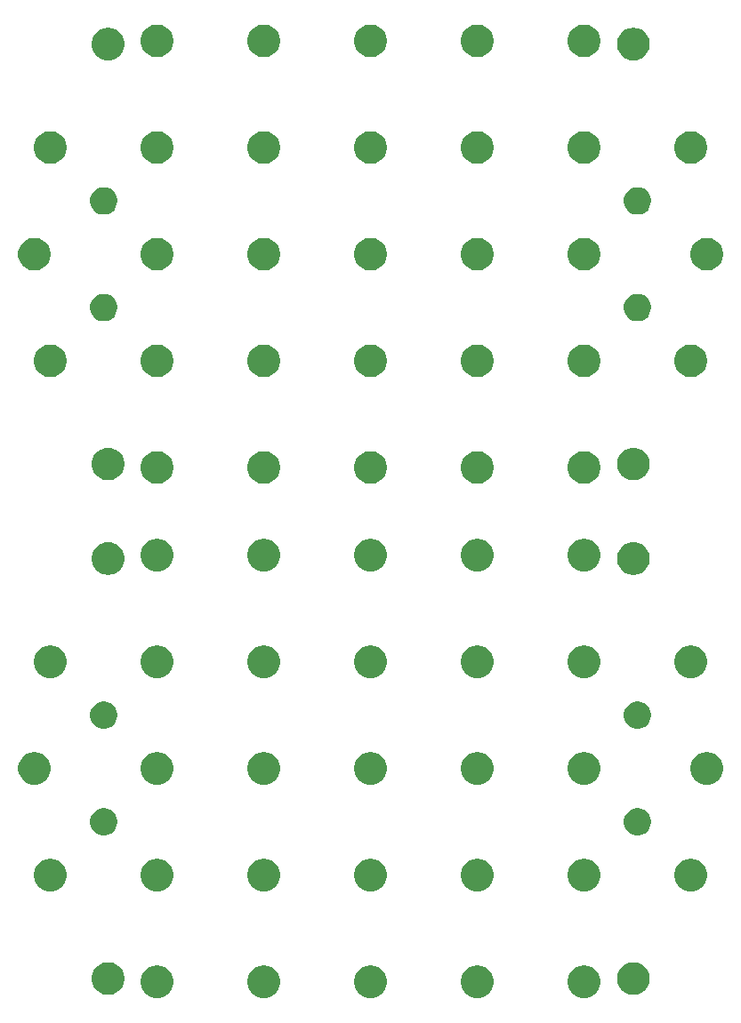
<source format=gbr>
G04 #@! TF.GenerationSoftware,KiCad,Pcbnew,5.1.5-52549c5~86~ubuntu18.04.1*
G04 #@! TF.CreationDate,2020-08-18T13:47:54-05:00*
G04 #@! TF.ProjectId,,58585858-5858-4585-9858-585858585858,rev?*
G04 #@! TF.SameCoordinates,Original*
G04 #@! TF.FileFunction,Soldermask,Bot*
G04 #@! TF.FilePolarity,Negative*
%FSLAX46Y46*%
G04 Gerber Fmt 4.6, Leading zero omitted, Abs format (unit mm)*
G04 Created by KiCad (PCBNEW 5.1.5-52549c5~86~ubuntu18.04.1) date 2020-08-18 13:47:54*
%MOMM*%
%LPD*%
G04 APERTURE LIST*
%ADD10C,0.100000*%
G04 APERTURE END LIST*
D10*
G36*
X165242173Y-122724659D02*
G01*
X165409810Y-122758004D01*
X165692074Y-122874921D01*
X165946105Y-123044659D01*
X166162141Y-123260695D01*
X166331879Y-123514726D01*
X166448796Y-123796990D01*
X166508400Y-124096640D01*
X166508400Y-124402160D01*
X166448796Y-124701810D01*
X166331879Y-124984074D01*
X166162141Y-125238105D01*
X165946105Y-125454141D01*
X165692074Y-125623879D01*
X165409810Y-125740796D01*
X165259985Y-125770598D01*
X165110161Y-125800400D01*
X164804639Y-125800400D01*
X164654815Y-125770598D01*
X164504990Y-125740796D01*
X164222726Y-125623879D01*
X163968695Y-125454141D01*
X163752659Y-125238105D01*
X163582921Y-124984074D01*
X163466004Y-124701810D01*
X163406400Y-124402160D01*
X163406400Y-124096640D01*
X163466004Y-123796990D01*
X163582921Y-123514726D01*
X163752659Y-123260695D01*
X163968695Y-123044659D01*
X164222726Y-122874921D01*
X164504990Y-122758004D01*
X164672627Y-122724659D01*
X164804639Y-122698400D01*
X165110161Y-122698400D01*
X165242173Y-122724659D01*
G37*
G36*
X134762173Y-122724659D02*
G01*
X134929810Y-122758004D01*
X135212074Y-122874921D01*
X135466105Y-123044659D01*
X135682141Y-123260695D01*
X135851879Y-123514726D01*
X135968796Y-123796990D01*
X136028400Y-124096640D01*
X136028400Y-124402160D01*
X135968796Y-124701810D01*
X135851879Y-124984074D01*
X135682141Y-125238105D01*
X135466105Y-125454141D01*
X135212074Y-125623879D01*
X134929810Y-125740796D01*
X134779985Y-125770598D01*
X134630161Y-125800400D01*
X134324639Y-125800400D01*
X134174815Y-125770598D01*
X134024990Y-125740796D01*
X133742726Y-125623879D01*
X133488695Y-125454141D01*
X133272659Y-125238105D01*
X133102921Y-124984074D01*
X132986004Y-124701810D01*
X132926400Y-124402160D01*
X132926400Y-124096640D01*
X132986004Y-123796990D01*
X133102921Y-123514726D01*
X133272659Y-123260695D01*
X133488695Y-123044659D01*
X133742726Y-122874921D01*
X134024990Y-122758004D01*
X134192627Y-122724659D01*
X134324639Y-122698400D01*
X134630161Y-122698400D01*
X134762173Y-122724659D01*
G37*
G36*
X124602173Y-122724659D02*
G01*
X124769810Y-122758004D01*
X125052074Y-122874921D01*
X125306105Y-123044659D01*
X125522141Y-123260695D01*
X125691879Y-123514726D01*
X125808796Y-123796990D01*
X125868400Y-124096640D01*
X125868400Y-124402160D01*
X125808796Y-124701810D01*
X125691879Y-124984074D01*
X125522141Y-125238105D01*
X125306105Y-125454141D01*
X125052074Y-125623879D01*
X124769810Y-125740796D01*
X124619985Y-125770598D01*
X124470161Y-125800400D01*
X124164639Y-125800400D01*
X124014815Y-125770598D01*
X123864990Y-125740796D01*
X123582726Y-125623879D01*
X123328695Y-125454141D01*
X123112659Y-125238105D01*
X122942921Y-124984074D01*
X122826004Y-124701810D01*
X122766400Y-124402160D01*
X122766400Y-124096640D01*
X122826004Y-123796990D01*
X122942921Y-123514726D01*
X123112659Y-123260695D01*
X123328695Y-123044659D01*
X123582726Y-122874921D01*
X123864990Y-122758004D01*
X124032627Y-122724659D01*
X124164639Y-122698400D01*
X124470161Y-122698400D01*
X124602173Y-122724659D01*
G37*
G36*
X144922173Y-122724659D02*
G01*
X145089810Y-122758004D01*
X145372074Y-122874921D01*
X145626105Y-123044659D01*
X145842141Y-123260695D01*
X146011879Y-123514726D01*
X146128796Y-123796990D01*
X146188400Y-124096640D01*
X146188400Y-124402160D01*
X146128796Y-124701810D01*
X146011879Y-124984074D01*
X145842141Y-125238105D01*
X145626105Y-125454141D01*
X145372074Y-125623879D01*
X145089810Y-125740796D01*
X144939985Y-125770598D01*
X144790161Y-125800400D01*
X144484639Y-125800400D01*
X144334815Y-125770598D01*
X144184990Y-125740796D01*
X143902726Y-125623879D01*
X143648695Y-125454141D01*
X143432659Y-125238105D01*
X143262921Y-124984074D01*
X143146004Y-124701810D01*
X143086400Y-124402160D01*
X143086400Y-124096640D01*
X143146004Y-123796990D01*
X143262921Y-123514726D01*
X143432659Y-123260695D01*
X143648695Y-123044659D01*
X143902726Y-122874921D01*
X144184990Y-122758004D01*
X144352627Y-122724659D01*
X144484639Y-122698400D01*
X144790161Y-122698400D01*
X144922173Y-122724659D01*
G37*
G36*
X155082173Y-122724659D02*
G01*
X155249810Y-122758004D01*
X155532074Y-122874921D01*
X155786105Y-123044659D01*
X156002141Y-123260695D01*
X156171879Y-123514726D01*
X156288796Y-123796990D01*
X156348400Y-124096640D01*
X156348400Y-124402160D01*
X156288796Y-124701810D01*
X156171879Y-124984074D01*
X156002141Y-125238105D01*
X155786105Y-125454141D01*
X155532074Y-125623879D01*
X155249810Y-125740796D01*
X155099985Y-125770598D01*
X154950161Y-125800400D01*
X154644639Y-125800400D01*
X154494815Y-125770598D01*
X154344990Y-125740796D01*
X154062726Y-125623879D01*
X153808695Y-125454141D01*
X153592659Y-125238105D01*
X153422921Y-124984074D01*
X153306004Y-124701810D01*
X153246400Y-124402160D01*
X153246400Y-124096640D01*
X153306004Y-123796990D01*
X153422921Y-123514726D01*
X153592659Y-123260695D01*
X153808695Y-123044659D01*
X154062726Y-122874921D01*
X154344990Y-122758004D01*
X154512627Y-122724659D01*
X154644639Y-122698400D01*
X154950161Y-122698400D01*
X155082173Y-122724659D01*
G37*
G36*
X119939985Y-122408202D02*
G01*
X120089810Y-122438004D01*
X120372074Y-122554921D01*
X120626105Y-122724659D01*
X120842141Y-122940695D01*
X121011879Y-123194726D01*
X121128796Y-123476990D01*
X121188400Y-123776640D01*
X121188400Y-124082160D01*
X121128796Y-124381810D01*
X121011879Y-124664074D01*
X120842141Y-124918105D01*
X120626105Y-125134141D01*
X120372074Y-125303879D01*
X120089810Y-125420796D01*
X119939985Y-125450598D01*
X119790161Y-125480400D01*
X119484639Y-125480400D01*
X119334815Y-125450598D01*
X119184990Y-125420796D01*
X118902726Y-125303879D01*
X118648695Y-125134141D01*
X118432659Y-124918105D01*
X118262921Y-124664074D01*
X118146004Y-124381810D01*
X118086400Y-124082160D01*
X118086400Y-123776640D01*
X118146004Y-123476990D01*
X118262921Y-123194726D01*
X118432659Y-122940695D01*
X118648695Y-122724659D01*
X118902726Y-122554921D01*
X119184990Y-122438004D01*
X119334815Y-122408202D01*
X119484639Y-122378400D01*
X119790161Y-122378400D01*
X119939985Y-122408202D01*
G37*
G36*
X169939985Y-122408202D02*
G01*
X170089810Y-122438004D01*
X170372074Y-122554921D01*
X170626105Y-122724659D01*
X170842141Y-122940695D01*
X171011879Y-123194726D01*
X171128796Y-123476990D01*
X171188400Y-123776640D01*
X171188400Y-124082160D01*
X171128796Y-124381810D01*
X171011879Y-124664074D01*
X170842141Y-124918105D01*
X170626105Y-125134141D01*
X170372074Y-125303879D01*
X170089810Y-125420796D01*
X169939985Y-125450598D01*
X169790161Y-125480400D01*
X169484639Y-125480400D01*
X169334815Y-125450598D01*
X169184990Y-125420796D01*
X168902726Y-125303879D01*
X168648695Y-125134141D01*
X168432659Y-124918105D01*
X168262921Y-124664074D01*
X168146004Y-124381810D01*
X168086400Y-124082160D01*
X168086400Y-123776640D01*
X168146004Y-123476990D01*
X168262921Y-123194726D01*
X168432659Y-122940695D01*
X168648695Y-122724659D01*
X168902726Y-122554921D01*
X169184990Y-122438004D01*
X169334815Y-122408202D01*
X169484639Y-122378400D01*
X169790161Y-122378400D01*
X169939985Y-122408202D01*
G37*
G36*
X114459985Y-112568202D02*
G01*
X114609810Y-112598004D01*
X114892074Y-112714921D01*
X115146105Y-112884659D01*
X115362141Y-113100695D01*
X115531879Y-113354726D01*
X115648796Y-113636990D01*
X115708400Y-113936640D01*
X115708400Y-114242160D01*
X115648796Y-114541810D01*
X115531879Y-114824074D01*
X115362141Y-115078105D01*
X115146105Y-115294141D01*
X114892074Y-115463879D01*
X114609810Y-115580796D01*
X114459985Y-115610598D01*
X114310161Y-115640400D01*
X114004639Y-115640400D01*
X113854815Y-115610598D01*
X113704990Y-115580796D01*
X113422726Y-115463879D01*
X113168695Y-115294141D01*
X112952659Y-115078105D01*
X112782921Y-114824074D01*
X112666004Y-114541810D01*
X112606400Y-114242160D01*
X112606400Y-113936640D01*
X112666004Y-113636990D01*
X112782921Y-113354726D01*
X112952659Y-113100695D01*
X113168695Y-112884659D01*
X113422726Y-112714921D01*
X113704990Y-112598004D01*
X113854815Y-112568202D01*
X114004639Y-112538400D01*
X114310161Y-112538400D01*
X114459985Y-112568202D01*
G37*
G36*
X134779985Y-112568202D02*
G01*
X134929810Y-112598004D01*
X135212074Y-112714921D01*
X135466105Y-112884659D01*
X135682141Y-113100695D01*
X135851879Y-113354726D01*
X135968796Y-113636990D01*
X136028400Y-113936640D01*
X136028400Y-114242160D01*
X135968796Y-114541810D01*
X135851879Y-114824074D01*
X135682141Y-115078105D01*
X135466105Y-115294141D01*
X135212074Y-115463879D01*
X134929810Y-115580796D01*
X134779985Y-115610598D01*
X134630161Y-115640400D01*
X134324639Y-115640400D01*
X134174815Y-115610598D01*
X134024990Y-115580796D01*
X133742726Y-115463879D01*
X133488695Y-115294141D01*
X133272659Y-115078105D01*
X133102921Y-114824074D01*
X132986004Y-114541810D01*
X132926400Y-114242160D01*
X132926400Y-113936640D01*
X132986004Y-113636990D01*
X133102921Y-113354726D01*
X133272659Y-113100695D01*
X133488695Y-112884659D01*
X133742726Y-112714921D01*
X134024990Y-112598004D01*
X134174815Y-112568202D01*
X134324639Y-112538400D01*
X134630161Y-112538400D01*
X134779985Y-112568202D01*
G37*
G36*
X175419985Y-112568202D02*
G01*
X175569810Y-112598004D01*
X175852074Y-112714921D01*
X176106105Y-112884659D01*
X176322141Y-113100695D01*
X176491879Y-113354726D01*
X176608796Y-113636990D01*
X176668400Y-113936640D01*
X176668400Y-114242160D01*
X176608796Y-114541810D01*
X176491879Y-114824074D01*
X176322141Y-115078105D01*
X176106105Y-115294141D01*
X175852074Y-115463879D01*
X175569810Y-115580796D01*
X175419985Y-115610598D01*
X175270161Y-115640400D01*
X174964639Y-115640400D01*
X174814815Y-115610598D01*
X174664990Y-115580796D01*
X174382726Y-115463879D01*
X174128695Y-115294141D01*
X173912659Y-115078105D01*
X173742921Y-114824074D01*
X173626004Y-114541810D01*
X173566400Y-114242160D01*
X173566400Y-113936640D01*
X173626004Y-113636990D01*
X173742921Y-113354726D01*
X173912659Y-113100695D01*
X174128695Y-112884659D01*
X174382726Y-112714921D01*
X174664990Y-112598004D01*
X174814815Y-112568202D01*
X174964639Y-112538400D01*
X175270161Y-112538400D01*
X175419985Y-112568202D01*
G37*
G36*
X155099985Y-112568202D02*
G01*
X155249810Y-112598004D01*
X155532074Y-112714921D01*
X155786105Y-112884659D01*
X156002141Y-113100695D01*
X156171879Y-113354726D01*
X156288796Y-113636990D01*
X156348400Y-113936640D01*
X156348400Y-114242160D01*
X156288796Y-114541810D01*
X156171879Y-114824074D01*
X156002141Y-115078105D01*
X155786105Y-115294141D01*
X155532074Y-115463879D01*
X155249810Y-115580796D01*
X155099985Y-115610598D01*
X154950161Y-115640400D01*
X154644639Y-115640400D01*
X154494815Y-115610598D01*
X154344990Y-115580796D01*
X154062726Y-115463879D01*
X153808695Y-115294141D01*
X153592659Y-115078105D01*
X153422921Y-114824074D01*
X153306004Y-114541810D01*
X153246400Y-114242160D01*
X153246400Y-113936640D01*
X153306004Y-113636990D01*
X153422921Y-113354726D01*
X153592659Y-113100695D01*
X153808695Y-112884659D01*
X154062726Y-112714921D01*
X154344990Y-112598004D01*
X154494815Y-112568202D01*
X154644639Y-112538400D01*
X154950161Y-112538400D01*
X155099985Y-112568202D01*
G37*
G36*
X144939985Y-112568202D02*
G01*
X145089810Y-112598004D01*
X145372074Y-112714921D01*
X145626105Y-112884659D01*
X145842141Y-113100695D01*
X146011879Y-113354726D01*
X146128796Y-113636990D01*
X146188400Y-113936640D01*
X146188400Y-114242160D01*
X146128796Y-114541810D01*
X146011879Y-114824074D01*
X145842141Y-115078105D01*
X145626105Y-115294141D01*
X145372074Y-115463879D01*
X145089810Y-115580796D01*
X144939985Y-115610598D01*
X144790161Y-115640400D01*
X144484639Y-115640400D01*
X144334815Y-115610598D01*
X144184990Y-115580796D01*
X143902726Y-115463879D01*
X143648695Y-115294141D01*
X143432659Y-115078105D01*
X143262921Y-114824074D01*
X143146004Y-114541810D01*
X143086400Y-114242160D01*
X143086400Y-113936640D01*
X143146004Y-113636990D01*
X143262921Y-113354726D01*
X143432659Y-113100695D01*
X143648695Y-112884659D01*
X143902726Y-112714921D01*
X144184990Y-112598004D01*
X144334815Y-112568202D01*
X144484639Y-112538400D01*
X144790161Y-112538400D01*
X144939985Y-112568202D01*
G37*
G36*
X124619985Y-112568202D02*
G01*
X124769810Y-112598004D01*
X125052074Y-112714921D01*
X125306105Y-112884659D01*
X125522141Y-113100695D01*
X125691879Y-113354726D01*
X125808796Y-113636990D01*
X125868400Y-113936640D01*
X125868400Y-114242160D01*
X125808796Y-114541810D01*
X125691879Y-114824074D01*
X125522141Y-115078105D01*
X125306105Y-115294141D01*
X125052074Y-115463879D01*
X124769810Y-115580796D01*
X124619985Y-115610598D01*
X124470161Y-115640400D01*
X124164639Y-115640400D01*
X124014815Y-115610598D01*
X123864990Y-115580796D01*
X123582726Y-115463879D01*
X123328695Y-115294141D01*
X123112659Y-115078105D01*
X122942921Y-114824074D01*
X122826004Y-114541810D01*
X122766400Y-114242160D01*
X122766400Y-113936640D01*
X122826004Y-113636990D01*
X122942921Y-113354726D01*
X123112659Y-113100695D01*
X123328695Y-112884659D01*
X123582726Y-112714921D01*
X123864990Y-112598004D01*
X124014815Y-112568202D01*
X124164639Y-112538400D01*
X124470161Y-112538400D01*
X124619985Y-112568202D01*
G37*
G36*
X165259985Y-112568202D02*
G01*
X165409810Y-112598004D01*
X165692074Y-112714921D01*
X165946105Y-112884659D01*
X166162141Y-113100695D01*
X166331879Y-113354726D01*
X166448796Y-113636990D01*
X166508400Y-113936640D01*
X166508400Y-114242160D01*
X166448796Y-114541810D01*
X166331879Y-114824074D01*
X166162141Y-115078105D01*
X165946105Y-115294141D01*
X165692074Y-115463879D01*
X165409810Y-115580796D01*
X165259985Y-115610598D01*
X165110161Y-115640400D01*
X164804639Y-115640400D01*
X164654815Y-115610598D01*
X164504990Y-115580796D01*
X164222726Y-115463879D01*
X163968695Y-115294141D01*
X163752659Y-115078105D01*
X163582921Y-114824074D01*
X163466004Y-114541810D01*
X163406400Y-114242160D01*
X163406400Y-113936640D01*
X163466004Y-113636990D01*
X163582921Y-113354726D01*
X163752659Y-113100695D01*
X163968695Y-112884659D01*
X164222726Y-112714921D01*
X164504990Y-112598004D01*
X164654815Y-112568202D01*
X164804639Y-112538400D01*
X165110161Y-112538400D01*
X165259985Y-112568202D01*
G37*
G36*
X119616793Y-107758704D02*
G01*
X119853501Y-107856752D01*
X119853503Y-107856753D01*
X120066535Y-107999096D01*
X120247704Y-108180265D01*
X120390047Y-108393297D01*
X120390048Y-108393299D01*
X120488096Y-108630007D01*
X120538080Y-108881293D01*
X120538080Y-109137507D01*
X120488096Y-109388793D01*
X120390048Y-109625501D01*
X120390047Y-109625503D01*
X120247704Y-109838535D01*
X120066535Y-110019704D01*
X119853503Y-110162047D01*
X119853502Y-110162048D01*
X119853501Y-110162048D01*
X119616793Y-110260096D01*
X119365507Y-110310080D01*
X119109293Y-110310080D01*
X118858007Y-110260096D01*
X118621299Y-110162048D01*
X118621298Y-110162048D01*
X118621297Y-110162047D01*
X118408265Y-110019704D01*
X118227096Y-109838535D01*
X118084753Y-109625503D01*
X118084752Y-109625501D01*
X117986704Y-109388793D01*
X117936720Y-109137507D01*
X117936720Y-108881293D01*
X117986704Y-108630007D01*
X118084752Y-108393299D01*
X118084753Y-108393297D01*
X118227096Y-108180265D01*
X118408265Y-107999096D01*
X118621297Y-107856753D01*
X118621299Y-107856752D01*
X118858007Y-107758704D01*
X119109293Y-107708720D01*
X119365507Y-107708720D01*
X119616793Y-107758704D01*
G37*
G36*
X170416793Y-107758704D02*
G01*
X170653501Y-107856752D01*
X170653503Y-107856753D01*
X170866535Y-107999096D01*
X171047704Y-108180265D01*
X171190047Y-108393297D01*
X171190048Y-108393299D01*
X171288096Y-108630007D01*
X171338080Y-108881293D01*
X171338080Y-109137507D01*
X171288096Y-109388793D01*
X171190048Y-109625501D01*
X171190047Y-109625503D01*
X171047704Y-109838535D01*
X170866535Y-110019704D01*
X170653503Y-110162047D01*
X170653502Y-110162048D01*
X170653501Y-110162048D01*
X170416793Y-110260096D01*
X170165507Y-110310080D01*
X169909293Y-110310080D01*
X169658007Y-110260096D01*
X169421299Y-110162048D01*
X169421298Y-110162048D01*
X169421297Y-110162047D01*
X169208265Y-110019704D01*
X169027096Y-109838535D01*
X168884753Y-109625503D01*
X168884752Y-109625501D01*
X168786704Y-109388793D01*
X168736720Y-109137507D01*
X168736720Y-108881293D01*
X168786704Y-108630007D01*
X168884752Y-108393299D01*
X168884753Y-108393297D01*
X169027096Y-108180265D01*
X169208265Y-107999096D01*
X169421297Y-107856753D01*
X169421299Y-107856752D01*
X169658007Y-107758704D01*
X169909293Y-107708720D01*
X170165507Y-107708720D01*
X170416793Y-107758704D01*
G37*
G36*
X124619985Y-102408202D02*
G01*
X124769810Y-102438004D01*
X125052074Y-102554921D01*
X125306105Y-102724659D01*
X125522141Y-102940695D01*
X125691879Y-103194726D01*
X125808796Y-103476990D01*
X125868400Y-103776640D01*
X125868400Y-104082160D01*
X125808796Y-104381810D01*
X125691879Y-104664074D01*
X125522141Y-104918105D01*
X125306105Y-105134141D01*
X125052074Y-105303879D01*
X124769810Y-105420796D01*
X124619985Y-105450598D01*
X124470161Y-105480400D01*
X124164639Y-105480400D01*
X124014815Y-105450598D01*
X123864990Y-105420796D01*
X123582726Y-105303879D01*
X123328695Y-105134141D01*
X123112659Y-104918105D01*
X122942921Y-104664074D01*
X122826004Y-104381810D01*
X122766400Y-104082160D01*
X122766400Y-103776640D01*
X122826004Y-103476990D01*
X122942921Y-103194726D01*
X123112659Y-102940695D01*
X123328695Y-102724659D01*
X123582726Y-102554921D01*
X123864990Y-102438004D01*
X124014815Y-102408202D01*
X124164639Y-102378400D01*
X124470161Y-102378400D01*
X124619985Y-102408202D01*
G37*
G36*
X134779985Y-102408202D02*
G01*
X134929810Y-102438004D01*
X135212074Y-102554921D01*
X135466105Y-102724659D01*
X135682141Y-102940695D01*
X135851879Y-103194726D01*
X135968796Y-103476990D01*
X136028400Y-103776640D01*
X136028400Y-104082160D01*
X135968796Y-104381810D01*
X135851879Y-104664074D01*
X135682141Y-104918105D01*
X135466105Y-105134141D01*
X135212074Y-105303879D01*
X134929810Y-105420796D01*
X134779985Y-105450598D01*
X134630161Y-105480400D01*
X134324639Y-105480400D01*
X134174815Y-105450598D01*
X134024990Y-105420796D01*
X133742726Y-105303879D01*
X133488695Y-105134141D01*
X133272659Y-104918105D01*
X133102921Y-104664074D01*
X132986004Y-104381810D01*
X132926400Y-104082160D01*
X132926400Y-103776640D01*
X132986004Y-103476990D01*
X133102921Y-103194726D01*
X133272659Y-102940695D01*
X133488695Y-102724659D01*
X133742726Y-102554921D01*
X134024990Y-102438004D01*
X134174815Y-102408202D01*
X134324639Y-102378400D01*
X134630161Y-102378400D01*
X134779985Y-102408202D01*
G37*
G36*
X112939985Y-102408202D02*
G01*
X113089810Y-102438004D01*
X113372074Y-102554921D01*
X113626105Y-102724659D01*
X113842141Y-102940695D01*
X114011879Y-103194726D01*
X114128796Y-103476990D01*
X114188400Y-103776640D01*
X114188400Y-104082160D01*
X114128796Y-104381810D01*
X114011879Y-104664074D01*
X113842141Y-104918105D01*
X113626105Y-105134141D01*
X113372074Y-105303879D01*
X113089810Y-105420796D01*
X112939985Y-105450598D01*
X112790161Y-105480400D01*
X112484639Y-105480400D01*
X112334815Y-105450598D01*
X112184990Y-105420796D01*
X111902726Y-105303879D01*
X111648695Y-105134141D01*
X111432659Y-104918105D01*
X111262921Y-104664074D01*
X111146004Y-104381810D01*
X111086400Y-104082160D01*
X111086400Y-103776640D01*
X111146004Y-103476990D01*
X111262921Y-103194726D01*
X111432659Y-102940695D01*
X111648695Y-102724659D01*
X111902726Y-102554921D01*
X112184990Y-102438004D01*
X112334815Y-102408202D01*
X112484639Y-102378400D01*
X112790161Y-102378400D01*
X112939985Y-102408202D01*
G37*
G36*
X165259985Y-102408202D02*
G01*
X165409810Y-102438004D01*
X165692074Y-102554921D01*
X165946105Y-102724659D01*
X166162141Y-102940695D01*
X166331879Y-103194726D01*
X166448796Y-103476990D01*
X166508400Y-103776640D01*
X166508400Y-104082160D01*
X166448796Y-104381810D01*
X166331879Y-104664074D01*
X166162141Y-104918105D01*
X165946105Y-105134141D01*
X165692074Y-105303879D01*
X165409810Y-105420796D01*
X165259985Y-105450598D01*
X165110161Y-105480400D01*
X164804639Y-105480400D01*
X164654815Y-105450598D01*
X164504990Y-105420796D01*
X164222726Y-105303879D01*
X163968695Y-105134141D01*
X163752659Y-104918105D01*
X163582921Y-104664074D01*
X163466004Y-104381810D01*
X163406400Y-104082160D01*
X163406400Y-103776640D01*
X163466004Y-103476990D01*
X163582921Y-103194726D01*
X163752659Y-102940695D01*
X163968695Y-102724659D01*
X164222726Y-102554921D01*
X164504990Y-102438004D01*
X164654815Y-102408202D01*
X164804639Y-102378400D01*
X165110161Y-102378400D01*
X165259985Y-102408202D01*
G37*
G36*
X155099985Y-102408202D02*
G01*
X155249810Y-102438004D01*
X155532074Y-102554921D01*
X155786105Y-102724659D01*
X156002141Y-102940695D01*
X156171879Y-103194726D01*
X156288796Y-103476990D01*
X156348400Y-103776640D01*
X156348400Y-104082160D01*
X156288796Y-104381810D01*
X156171879Y-104664074D01*
X156002141Y-104918105D01*
X155786105Y-105134141D01*
X155532074Y-105303879D01*
X155249810Y-105420796D01*
X155099985Y-105450598D01*
X154950161Y-105480400D01*
X154644639Y-105480400D01*
X154494815Y-105450598D01*
X154344990Y-105420796D01*
X154062726Y-105303879D01*
X153808695Y-105134141D01*
X153592659Y-104918105D01*
X153422921Y-104664074D01*
X153306004Y-104381810D01*
X153246400Y-104082160D01*
X153246400Y-103776640D01*
X153306004Y-103476990D01*
X153422921Y-103194726D01*
X153592659Y-102940695D01*
X153808695Y-102724659D01*
X154062726Y-102554921D01*
X154344990Y-102438004D01*
X154494815Y-102408202D01*
X154644639Y-102378400D01*
X154950161Y-102378400D01*
X155099985Y-102408202D01*
G37*
G36*
X144939985Y-102408202D02*
G01*
X145089810Y-102438004D01*
X145372074Y-102554921D01*
X145626105Y-102724659D01*
X145842141Y-102940695D01*
X146011879Y-103194726D01*
X146128796Y-103476990D01*
X146188400Y-103776640D01*
X146188400Y-104082160D01*
X146128796Y-104381810D01*
X146011879Y-104664074D01*
X145842141Y-104918105D01*
X145626105Y-105134141D01*
X145372074Y-105303879D01*
X145089810Y-105420796D01*
X144939985Y-105450598D01*
X144790161Y-105480400D01*
X144484639Y-105480400D01*
X144334815Y-105450598D01*
X144184990Y-105420796D01*
X143902726Y-105303879D01*
X143648695Y-105134141D01*
X143432659Y-104918105D01*
X143262921Y-104664074D01*
X143146004Y-104381810D01*
X143086400Y-104082160D01*
X143086400Y-103776640D01*
X143146004Y-103476990D01*
X143262921Y-103194726D01*
X143432659Y-102940695D01*
X143648695Y-102724659D01*
X143902726Y-102554921D01*
X144184990Y-102438004D01*
X144334815Y-102408202D01*
X144484639Y-102378400D01*
X144790161Y-102378400D01*
X144939985Y-102408202D01*
G37*
G36*
X176939985Y-102408202D02*
G01*
X177089810Y-102438004D01*
X177372074Y-102554921D01*
X177626105Y-102724659D01*
X177842141Y-102940695D01*
X178011879Y-103194726D01*
X178128796Y-103476990D01*
X178188400Y-103776640D01*
X178188400Y-104082160D01*
X178128796Y-104381810D01*
X178011879Y-104664074D01*
X177842141Y-104918105D01*
X177626105Y-105134141D01*
X177372074Y-105303879D01*
X177089810Y-105420796D01*
X176939985Y-105450598D01*
X176790161Y-105480400D01*
X176484639Y-105480400D01*
X176334815Y-105450598D01*
X176184990Y-105420796D01*
X175902726Y-105303879D01*
X175648695Y-105134141D01*
X175432659Y-104918105D01*
X175262921Y-104664074D01*
X175146004Y-104381810D01*
X175086400Y-104082160D01*
X175086400Y-103776640D01*
X175146004Y-103476990D01*
X175262921Y-103194726D01*
X175432659Y-102940695D01*
X175648695Y-102724659D01*
X175902726Y-102554921D01*
X176184990Y-102438004D01*
X176334815Y-102408202D01*
X176484639Y-102378400D01*
X176790161Y-102378400D01*
X176939985Y-102408202D01*
G37*
G36*
X119616793Y-97598704D02*
G01*
X119853501Y-97696752D01*
X119853503Y-97696753D01*
X120066535Y-97839096D01*
X120247704Y-98020265D01*
X120390047Y-98233297D01*
X120390048Y-98233299D01*
X120488096Y-98470007D01*
X120538080Y-98721293D01*
X120538080Y-98977507D01*
X120488096Y-99228793D01*
X120390048Y-99465501D01*
X120390047Y-99465503D01*
X120247704Y-99678535D01*
X120066535Y-99859704D01*
X119853503Y-100002047D01*
X119853502Y-100002048D01*
X119853501Y-100002048D01*
X119616793Y-100100096D01*
X119365507Y-100150080D01*
X119109293Y-100150080D01*
X118858007Y-100100096D01*
X118621299Y-100002048D01*
X118621298Y-100002048D01*
X118621297Y-100002047D01*
X118408265Y-99859704D01*
X118227096Y-99678535D01*
X118084753Y-99465503D01*
X118084752Y-99465501D01*
X117986704Y-99228793D01*
X117936720Y-98977507D01*
X117936720Y-98721293D01*
X117986704Y-98470007D01*
X118084752Y-98233299D01*
X118084753Y-98233297D01*
X118227096Y-98020265D01*
X118408265Y-97839096D01*
X118621297Y-97696753D01*
X118621299Y-97696752D01*
X118858007Y-97598704D01*
X119109293Y-97548720D01*
X119365507Y-97548720D01*
X119616793Y-97598704D01*
G37*
G36*
X170416793Y-97598704D02*
G01*
X170653501Y-97696752D01*
X170653503Y-97696753D01*
X170866535Y-97839096D01*
X171047704Y-98020265D01*
X171190047Y-98233297D01*
X171190048Y-98233299D01*
X171288096Y-98470007D01*
X171338080Y-98721293D01*
X171338080Y-98977507D01*
X171288096Y-99228793D01*
X171190048Y-99465501D01*
X171190047Y-99465503D01*
X171047704Y-99678535D01*
X170866535Y-99859704D01*
X170653503Y-100002047D01*
X170653502Y-100002048D01*
X170653501Y-100002048D01*
X170416793Y-100100096D01*
X170165507Y-100150080D01*
X169909293Y-100150080D01*
X169658007Y-100100096D01*
X169421299Y-100002048D01*
X169421298Y-100002048D01*
X169421297Y-100002047D01*
X169208265Y-99859704D01*
X169027096Y-99678535D01*
X168884753Y-99465503D01*
X168884752Y-99465501D01*
X168786704Y-99228793D01*
X168736720Y-98977507D01*
X168736720Y-98721293D01*
X168786704Y-98470007D01*
X168884752Y-98233299D01*
X168884753Y-98233297D01*
X169027096Y-98020265D01*
X169208265Y-97839096D01*
X169421297Y-97696753D01*
X169421299Y-97696752D01*
X169658007Y-97598704D01*
X169909293Y-97548720D01*
X170165507Y-97548720D01*
X170416793Y-97598704D01*
G37*
G36*
X124619985Y-92248202D02*
G01*
X124769810Y-92278004D01*
X125052074Y-92394921D01*
X125306105Y-92564659D01*
X125522141Y-92780695D01*
X125691879Y-93034726D01*
X125808796Y-93316990D01*
X125868400Y-93616640D01*
X125868400Y-93922160D01*
X125808796Y-94221810D01*
X125691879Y-94504074D01*
X125522141Y-94758105D01*
X125306105Y-94974141D01*
X125052074Y-95143879D01*
X124769810Y-95260796D01*
X124619985Y-95290598D01*
X124470161Y-95320400D01*
X124164639Y-95320400D01*
X124014815Y-95290598D01*
X123864990Y-95260796D01*
X123582726Y-95143879D01*
X123328695Y-94974141D01*
X123112659Y-94758105D01*
X122942921Y-94504074D01*
X122826004Y-94221810D01*
X122766400Y-93922160D01*
X122766400Y-93616640D01*
X122826004Y-93316990D01*
X122942921Y-93034726D01*
X123112659Y-92780695D01*
X123328695Y-92564659D01*
X123582726Y-92394921D01*
X123864990Y-92278004D01*
X124014815Y-92248202D01*
X124164639Y-92218400D01*
X124470161Y-92218400D01*
X124619985Y-92248202D01*
G37*
G36*
X114459985Y-92248202D02*
G01*
X114609810Y-92278004D01*
X114892074Y-92394921D01*
X115146105Y-92564659D01*
X115362141Y-92780695D01*
X115531879Y-93034726D01*
X115648796Y-93316990D01*
X115708400Y-93616640D01*
X115708400Y-93922160D01*
X115648796Y-94221810D01*
X115531879Y-94504074D01*
X115362141Y-94758105D01*
X115146105Y-94974141D01*
X114892074Y-95143879D01*
X114609810Y-95260796D01*
X114459985Y-95290598D01*
X114310161Y-95320400D01*
X114004639Y-95320400D01*
X113854815Y-95290598D01*
X113704990Y-95260796D01*
X113422726Y-95143879D01*
X113168695Y-94974141D01*
X112952659Y-94758105D01*
X112782921Y-94504074D01*
X112666004Y-94221810D01*
X112606400Y-93922160D01*
X112606400Y-93616640D01*
X112666004Y-93316990D01*
X112782921Y-93034726D01*
X112952659Y-92780695D01*
X113168695Y-92564659D01*
X113422726Y-92394921D01*
X113704990Y-92278004D01*
X113854815Y-92248202D01*
X114004639Y-92218400D01*
X114310161Y-92218400D01*
X114459985Y-92248202D01*
G37*
G36*
X144939985Y-92248202D02*
G01*
X145089810Y-92278004D01*
X145372074Y-92394921D01*
X145626105Y-92564659D01*
X145842141Y-92780695D01*
X146011879Y-93034726D01*
X146128796Y-93316990D01*
X146188400Y-93616640D01*
X146188400Y-93922160D01*
X146128796Y-94221810D01*
X146011879Y-94504074D01*
X145842141Y-94758105D01*
X145626105Y-94974141D01*
X145372074Y-95143879D01*
X145089810Y-95260796D01*
X144939985Y-95290598D01*
X144790161Y-95320400D01*
X144484639Y-95320400D01*
X144334815Y-95290598D01*
X144184990Y-95260796D01*
X143902726Y-95143879D01*
X143648695Y-94974141D01*
X143432659Y-94758105D01*
X143262921Y-94504074D01*
X143146004Y-94221810D01*
X143086400Y-93922160D01*
X143086400Y-93616640D01*
X143146004Y-93316990D01*
X143262921Y-93034726D01*
X143432659Y-92780695D01*
X143648695Y-92564659D01*
X143902726Y-92394921D01*
X144184990Y-92278004D01*
X144334815Y-92248202D01*
X144484639Y-92218400D01*
X144790161Y-92218400D01*
X144939985Y-92248202D01*
G37*
G36*
X175419985Y-92248202D02*
G01*
X175569810Y-92278004D01*
X175852074Y-92394921D01*
X176106105Y-92564659D01*
X176322141Y-92780695D01*
X176491879Y-93034726D01*
X176608796Y-93316990D01*
X176668400Y-93616640D01*
X176668400Y-93922160D01*
X176608796Y-94221810D01*
X176491879Y-94504074D01*
X176322141Y-94758105D01*
X176106105Y-94974141D01*
X175852074Y-95143879D01*
X175569810Y-95260796D01*
X175419985Y-95290598D01*
X175270161Y-95320400D01*
X174964639Y-95320400D01*
X174814815Y-95290598D01*
X174664990Y-95260796D01*
X174382726Y-95143879D01*
X174128695Y-94974141D01*
X173912659Y-94758105D01*
X173742921Y-94504074D01*
X173626004Y-94221810D01*
X173566400Y-93922160D01*
X173566400Y-93616640D01*
X173626004Y-93316990D01*
X173742921Y-93034726D01*
X173912659Y-92780695D01*
X174128695Y-92564659D01*
X174382726Y-92394921D01*
X174664990Y-92278004D01*
X174814815Y-92248202D01*
X174964639Y-92218400D01*
X175270161Y-92218400D01*
X175419985Y-92248202D01*
G37*
G36*
X165259985Y-92248202D02*
G01*
X165409810Y-92278004D01*
X165692074Y-92394921D01*
X165946105Y-92564659D01*
X166162141Y-92780695D01*
X166331879Y-93034726D01*
X166448796Y-93316990D01*
X166508400Y-93616640D01*
X166508400Y-93922160D01*
X166448796Y-94221810D01*
X166331879Y-94504074D01*
X166162141Y-94758105D01*
X165946105Y-94974141D01*
X165692074Y-95143879D01*
X165409810Y-95260796D01*
X165259985Y-95290598D01*
X165110161Y-95320400D01*
X164804639Y-95320400D01*
X164654815Y-95290598D01*
X164504990Y-95260796D01*
X164222726Y-95143879D01*
X163968695Y-94974141D01*
X163752659Y-94758105D01*
X163582921Y-94504074D01*
X163466004Y-94221810D01*
X163406400Y-93922160D01*
X163406400Y-93616640D01*
X163466004Y-93316990D01*
X163582921Y-93034726D01*
X163752659Y-92780695D01*
X163968695Y-92564659D01*
X164222726Y-92394921D01*
X164504990Y-92278004D01*
X164654815Y-92248202D01*
X164804639Y-92218400D01*
X165110161Y-92218400D01*
X165259985Y-92248202D01*
G37*
G36*
X155099985Y-92248202D02*
G01*
X155249810Y-92278004D01*
X155532074Y-92394921D01*
X155786105Y-92564659D01*
X156002141Y-92780695D01*
X156171879Y-93034726D01*
X156288796Y-93316990D01*
X156348400Y-93616640D01*
X156348400Y-93922160D01*
X156288796Y-94221810D01*
X156171879Y-94504074D01*
X156002141Y-94758105D01*
X155786105Y-94974141D01*
X155532074Y-95143879D01*
X155249810Y-95260796D01*
X155099985Y-95290598D01*
X154950161Y-95320400D01*
X154644639Y-95320400D01*
X154494815Y-95290598D01*
X154344990Y-95260796D01*
X154062726Y-95143879D01*
X153808695Y-94974141D01*
X153592659Y-94758105D01*
X153422921Y-94504074D01*
X153306004Y-94221810D01*
X153246400Y-93922160D01*
X153246400Y-93616640D01*
X153306004Y-93316990D01*
X153422921Y-93034726D01*
X153592659Y-92780695D01*
X153808695Y-92564659D01*
X154062726Y-92394921D01*
X154344990Y-92278004D01*
X154494815Y-92248202D01*
X154644639Y-92218400D01*
X154950161Y-92218400D01*
X155099985Y-92248202D01*
G37*
G36*
X134779985Y-92248202D02*
G01*
X134929810Y-92278004D01*
X135212074Y-92394921D01*
X135466105Y-92564659D01*
X135682141Y-92780695D01*
X135851879Y-93034726D01*
X135968796Y-93316990D01*
X136028400Y-93616640D01*
X136028400Y-93922160D01*
X135968796Y-94221810D01*
X135851879Y-94504074D01*
X135682141Y-94758105D01*
X135466105Y-94974141D01*
X135212074Y-95143879D01*
X134929810Y-95260796D01*
X134779985Y-95290598D01*
X134630161Y-95320400D01*
X134324639Y-95320400D01*
X134174815Y-95290598D01*
X134024990Y-95260796D01*
X133742726Y-95143879D01*
X133488695Y-94974141D01*
X133272659Y-94758105D01*
X133102921Y-94504074D01*
X132986004Y-94221810D01*
X132926400Y-93922160D01*
X132926400Y-93616640D01*
X132986004Y-93316990D01*
X133102921Y-93034726D01*
X133272659Y-92780695D01*
X133488695Y-92564659D01*
X133742726Y-92394921D01*
X134024990Y-92278004D01*
X134174815Y-92248202D01*
X134324639Y-92218400D01*
X134630161Y-92218400D01*
X134779985Y-92248202D01*
G37*
G36*
X169922173Y-82404659D02*
G01*
X170089810Y-82438004D01*
X170372074Y-82554921D01*
X170626105Y-82724659D01*
X170842141Y-82940695D01*
X171011879Y-83194726D01*
X171128796Y-83476990D01*
X171188400Y-83776640D01*
X171188400Y-84082160D01*
X171128796Y-84381810D01*
X171011879Y-84664074D01*
X170842141Y-84918105D01*
X170626105Y-85134141D01*
X170372074Y-85303879D01*
X170089810Y-85420796D01*
X169939985Y-85450598D01*
X169790161Y-85480400D01*
X169484639Y-85480400D01*
X169334815Y-85450598D01*
X169184990Y-85420796D01*
X168902726Y-85303879D01*
X168648695Y-85134141D01*
X168432659Y-84918105D01*
X168262921Y-84664074D01*
X168146004Y-84381810D01*
X168086400Y-84082160D01*
X168086400Y-83776640D01*
X168146004Y-83476990D01*
X168262921Y-83194726D01*
X168432659Y-82940695D01*
X168648695Y-82724659D01*
X168902726Y-82554921D01*
X169184990Y-82438004D01*
X169352627Y-82404659D01*
X169484639Y-82378400D01*
X169790161Y-82378400D01*
X169922173Y-82404659D01*
G37*
G36*
X119922173Y-82404659D02*
G01*
X120089810Y-82438004D01*
X120372074Y-82554921D01*
X120626105Y-82724659D01*
X120842141Y-82940695D01*
X121011879Y-83194726D01*
X121128796Y-83476990D01*
X121188400Y-83776640D01*
X121188400Y-84082160D01*
X121128796Y-84381810D01*
X121011879Y-84664074D01*
X120842141Y-84918105D01*
X120626105Y-85134141D01*
X120372074Y-85303879D01*
X120089810Y-85420796D01*
X119939985Y-85450598D01*
X119790161Y-85480400D01*
X119484639Y-85480400D01*
X119334815Y-85450598D01*
X119184990Y-85420796D01*
X118902726Y-85303879D01*
X118648695Y-85134141D01*
X118432659Y-84918105D01*
X118262921Y-84664074D01*
X118146004Y-84381810D01*
X118086400Y-84082160D01*
X118086400Y-83776640D01*
X118146004Y-83476990D01*
X118262921Y-83194726D01*
X118432659Y-82940695D01*
X118648695Y-82724659D01*
X118902726Y-82554921D01*
X119184990Y-82438004D01*
X119352627Y-82404659D01*
X119484639Y-82378400D01*
X119790161Y-82378400D01*
X119922173Y-82404659D01*
G37*
G36*
X155099985Y-82088202D02*
G01*
X155249810Y-82118004D01*
X155532074Y-82234921D01*
X155786105Y-82404659D01*
X156002141Y-82620695D01*
X156171879Y-82874726D01*
X156288796Y-83156990D01*
X156348400Y-83456640D01*
X156348400Y-83762160D01*
X156288796Y-84061810D01*
X156171879Y-84344074D01*
X156002141Y-84598105D01*
X155786105Y-84814141D01*
X155532074Y-84983879D01*
X155249810Y-85100796D01*
X155099985Y-85130598D01*
X154950161Y-85160400D01*
X154644639Y-85160400D01*
X154494815Y-85130598D01*
X154344990Y-85100796D01*
X154062726Y-84983879D01*
X153808695Y-84814141D01*
X153592659Y-84598105D01*
X153422921Y-84344074D01*
X153306004Y-84061810D01*
X153246400Y-83762160D01*
X153246400Y-83456640D01*
X153306004Y-83156990D01*
X153422921Y-82874726D01*
X153592659Y-82620695D01*
X153808695Y-82404659D01*
X154062726Y-82234921D01*
X154344990Y-82118004D01*
X154494815Y-82088202D01*
X154644639Y-82058400D01*
X154950161Y-82058400D01*
X155099985Y-82088202D01*
G37*
G36*
X124619985Y-82088202D02*
G01*
X124769810Y-82118004D01*
X125052074Y-82234921D01*
X125306105Y-82404659D01*
X125522141Y-82620695D01*
X125691879Y-82874726D01*
X125808796Y-83156990D01*
X125868400Y-83456640D01*
X125868400Y-83762160D01*
X125808796Y-84061810D01*
X125691879Y-84344074D01*
X125522141Y-84598105D01*
X125306105Y-84814141D01*
X125052074Y-84983879D01*
X124769810Y-85100796D01*
X124619985Y-85130598D01*
X124470161Y-85160400D01*
X124164639Y-85160400D01*
X124014815Y-85130598D01*
X123864990Y-85100796D01*
X123582726Y-84983879D01*
X123328695Y-84814141D01*
X123112659Y-84598105D01*
X122942921Y-84344074D01*
X122826004Y-84061810D01*
X122766400Y-83762160D01*
X122766400Y-83456640D01*
X122826004Y-83156990D01*
X122942921Y-82874726D01*
X123112659Y-82620695D01*
X123328695Y-82404659D01*
X123582726Y-82234921D01*
X123864990Y-82118004D01*
X124014815Y-82088202D01*
X124164639Y-82058400D01*
X124470161Y-82058400D01*
X124619985Y-82088202D01*
G37*
G36*
X134779985Y-82088202D02*
G01*
X134929810Y-82118004D01*
X135212074Y-82234921D01*
X135466105Y-82404659D01*
X135682141Y-82620695D01*
X135851879Y-82874726D01*
X135968796Y-83156990D01*
X136028400Y-83456640D01*
X136028400Y-83762160D01*
X135968796Y-84061810D01*
X135851879Y-84344074D01*
X135682141Y-84598105D01*
X135466105Y-84814141D01*
X135212074Y-84983879D01*
X134929810Y-85100796D01*
X134779985Y-85130598D01*
X134630161Y-85160400D01*
X134324639Y-85160400D01*
X134174815Y-85130598D01*
X134024990Y-85100796D01*
X133742726Y-84983879D01*
X133488695Y-84814141D01*
X133272659Y-84598105D01*
X133102921Y-84344074D01*
X132986004Y-84061810D01*
X132926400Y-83762160D01*
X132926400Y-83456640D01*
X132986004Y-83156990D01*
X133102921Y-82874726D01*
X133272659Y-82620695D01*
X133488695Y-82404659D01*
X133742726Y-82234921D01*
X134024990Y-82118004D01*
X134174815Y-82088202D01*
X134324639Y-82058400D01*
X134630161Y-82058400D01*
X134779985Y-82088202D01*
G37*
G36*
X144939985Y-82088202D02*
G01*
X145089810Y-82118004D01*
X145372074Y-82234921D01*
X145626105Y-82404659D01*
X145842141Y-82620695D01*
X146011879Y-82874726D01*
X146128796Y-83156990D01*
X146188400Y-83456640D01*
X146188400Y-83762160D01*
X146128796Y-84061810D01*
X146011879Y-84344074D01*
X145842141Y-84598105D01*
X145626105Y-84814141D01*
X145372074Y-84983879D01*
X145089810Y-85100796D01*
X144939985Y-85130598D01*
X144790161Y-85160400D01*
X144484639Y-85160400D01*
X144334815Y-85130598D01*
X144184990Y-85100796D01*
X143902726Y-84983879D01*
X143648695Y-84814141D01*
X143432659Y-84598105D01*
X143262921Y-84344074D01*
X143146004Y-84061810D01*
X143086400Y-83762160D01*
X143086400Y-83456640D01*
X143146004Y-83156990D01*
X143262921Y-82874726D01*
X143432659Y-82620695D01*
X143648695Y-82404659D01*
X143902726Y-82234921D01*
X144184990Y-82118004D01*
X144334815Y-82088202D01*
X144484639Y-82058400D01*
X144790161Y-82058400D01*
X144939985Y-82088202D01*
G37*
G36*
X165259985Y-82088202D02*
G01*
X165409810Y-82118004D01*
X165692074Y-82234921D01*
X165946105Y-82404659D01*
X166162141Y-82620695D01*
X166331879Y-82874726D01*
X166448796Y-83156990D01*
X166508400Y-83456640D01*
X166508400Y-83762160D01*
X166448796Y-84061810D01*
X166331879Y-84344074D01*
X166162141Y-84598105D01*
X165946105Y-84814141D01*
X165692074Y-84983879D01*
X165409810Y-85100796D01*
X165259985Y-85130598D01*
X165110161Y-85160400D01*
X164804639Y-85160400D01*
X164654815Y-85130598D01*
X164504990Y-85100796D01*
X164222726Y-84983879D01*
X163968695Y-84814141D01*
X163752659Y-84598105D01*
X163582921Y-84344074D01*
X163466004Y-84061810D01*
X163406400Y-83762160D01*
X163406400Y-83456640D01*
X163466004Y-83156990D01*
X163582921Y-82874726D01*
X163752659Y-82620695D01*
X163968695Y-82404659D01*
X164222726Y-82234921D01*
X164504990Y-82118004D01*
X164654815Y-82088202D01*
X164804639Y-82058400D01*
X165110161Y-82058400D01*
X165259985Y-82088202D01*
G37*
G36*
X144922173Y-73724659D02*
G01*
X145089810Y-73758004D01*
X145372074Y-73874921D01*
X145626105Y-74044659D01*
X145842141Y-74260695D01*
X146011879Y-74514726D01*
X146128796Y-74796990D01*
X146188400Y-75096640D01*
X146188400Y-75402160D01*
X146128796Y-75701810D01*
X146011879Y-75984074D01*
X145842141Y-76238105D01*
X145626105Y-76454141D01*
X145372074Y-76623879D01*
X145089810Y-76740796D01*
X144939985Y-76770598D01*
X144790161Y-76800400D01*
X144484639Y-76800400D01*
X144334815Y-76770598D01*
X144184990Y-76740796D01*
X143902726Y-76623879D01*
X143648695Y-76454141D01*
X143432659Y-76238105D01*
X143262921Y-75984074D01*
X143146004Y-75701810D01*
X143086400Y-75402160D01*
X143086400Y-75096640D01*
X143146004Y-74796990D01*
X143262921Y-74514726D01*
X143432659Y-74260695D01*
X143648695Y-74044659D01*
X143902726Y-73874921D01*
X144184990Y-73758004D01*
X144352627Y-73724659D01*
X144484639Y-73698400D01*
X144790161Y-73698400D01*
X144922173Y-73724659D01*
G37*
G36*
X165242173Y-73724659D02*
G01*
X165409810Y-73758004D01*
X165692074Y-73874921D01*
X165946105Y-74044659D01*
X166162141Y-74260695D01*
X166331879Y-74514726D01*
X166448796Y-74796990D01*
X166508400Y-75096640D01*
X166508400Y-75402160D01*
X166448796Y-75701810D01*
X166331879Y-75984074D01*
X166162141Y-76238105D01*
X165946105Y-76454141D01*
X165692074Y-76623879D01*
X165409810Y-76740796D01*
X165259985Y-76770598D01*
X165110161Y-76800400D01*
X164804639Y-76800400D01*
X164654815Y-76770598D01*
X164504990Y-76740796D01*
X164222726Y-76623879D01*
X163968695Y-76454141D01*
X163752659Y-76238105D01*
X163582921Y-75984074D01*
X163466004Y-75701810D01*
X163406400Y-75402160D01*
X163406400Y-75096640D01*
X163466004Y-74796990D01*
X163582921Y-74514726D01*
X163752659Y-74260695D01*
X163968695Y-74044659D01*
X164222726Y-73874921D01*
X164504990Y-73758004D01*
X164672627Y-73724659D01*
X164804639Y-73698400D01*
X165110161Y-73698400D01*
X165242173Y-73724659D01*
G37*
G36*
X155082173Y-73724659D02*
G01*
X155249810Y-73758004D01*
X155532074Y-73874921D01*
X155786105Y-74044659D01*
X156002141Y-74260695D01*
X156171879Y-74514726D01*
X156288796Y-74796990D01*
X156348400Y-75096640D01*
X156348400Y-75402160D01*
X156288796Y-75701810D01*
X156171879Y-75984074D01*
X156002141Y-76238105D01*
X155786105Y-76454141D01*
X155532074Y-76623879D01*
X155249810Y-76740796D01*
X155099985Y-76770598D01*
X154950161Y-76800400D01*
X154644639Y-76800400D01*
X154494815Y-76770598D01*
X154344990Y-76740796D01*
X154062726Y-76623879D01*
X153808695Y-76454141D01*
X153592659Y-76238105D01*
X153422921Y-75984074D01*
X153306004Y-75701810D01*
X153246400Y-75402160D01*
X153246400Y-75096640D01*
X153306004Y-74796990D01*
X153422921Y-74514726D01*
X153592659Y-74260695D01*
X153808695Y-74044659D01*
X154062726Y-73874921D01*
X154344990Y-73758004D01*
X154512627Y-73724659D01*
X154644639Y-73698400D01*
X154950161Y-73698400D01*
X155082173Y-73724659D01*
G37*
G36*
X124602173Y-73724659D02*
G01*
X124769810Y-73758004D01*
X125052074Y-73874921D01*
X125306105Y-74044659D01*
X125522141Y-74260695D01*
X125691879Y-74514726D01*
X125808796Y-74796990D01*
X125868400Y-75096640D01*
X125868400Y-75402160D01*
X125808796Y-75701810D01*
X125691879Y-75984074D01*
X125522141Y-76238105D01*
X125306105Y-76454141D01*
X125052074Y-76623879D01*
X124769810Y-76740796D01*
X124619985Y-76770598D01*
X124470161Y-76800400D01*
X124164639Y-76800400D01*
X124014815Y-76770598D01*
X123864990Y-76740796D01*
X123582726Y-76623879D01*
X123328695Y-76454141D01*
X123112659Y-76238105D01*
X122942921Y-75984074D01*
X122826004Y-75701810D01*
X122766400Y-75402160D01*
X122766400Y-75096640D01*
X122826004Y-74796990D01*
X122942921Y-74514726D01*
X123112659Y-74260695D01*
X123328695Y-74044659D01*
X123582726Y-73874921D01*
X123864990Y-73758004D01*
X124032627Y-73724659D01*
X124164639Y-73698400D01*
X124470161Y-73698400D01*
X124602173Y-73724659D01*
G37*
G36*
X134762173Y-73724659D02*
G01*
X134929810Y-73758004D01*
X135212074Y-73874921D01*
X135466105Y-74044659D01*
X135682141Y-74260695D01*
X135851879Y-74514726D01*
X135968796Y-74796990D01*
X136028400Y-75096640D01*
X136028400Y-75402160D01*
X135968796Y-75701810D01*
X135851879Y-75984074D01*
X135682141Y-76238105D01*
X135466105Y-76454141D01*
X135212074Y-76623879D01*
X134929810Y-76740796D01*
X134779985Y-76770598D01*
X134630161Y-76800400D01*
X134324639Y-76800400D01*
X134174815Y-76770598D01*
X134024990Y-76740796D01*
X133742726Y-76623879D01*
X133488695Y-76454141D01*
X133272659Y-76238105D01*
X133102921Y-75984074D01*
X132986004Y-75701810D01*
X132926400Y-75402160D01*
X132926400Y-75096640D01*
X132986004Y-74796990D01*
X133102921Y-74514726D01*
X133272659Y-74260695D01*
X133488695Y-74044659D01*
X133742726Y-73874921D01*
X134024990Y-73758004D01*
X134192627Y-73724659D01*
X134324639Y-73698400D01*
X134630161Y-73698400D01*
X134762173Y-73724659D01*
G37*
G36*
X169939985Y-73408202D02*
G01*
X170089810Y-73438004D01*
X170372074Y-73554921D01*
X170626105Y-73724659D01*
X170842141Y-73940695D01*
X171011879Y-74194726D01*
X171128796Y-74476990D01*
X171188400Y-74776640D01*
X171188400Y-75082160D01*
X171128796Y-75381810D01*
X171011879Y-75664074D01*
X170842141Y-75918105D01*
X170626105Y-76134141D01*
X170372074Y-76303879D01*
X170089810Y-76420796D01*
X169939985Y-76450598D01*
X169790161Y-76480400D01*
X169484639Y-76480400D01*
X169334815Y-76450598D01*
X169184990Y-76420796D01*
X168902726Y-76303879D01*
X168648695Y-76134141D01*
X168432659Y-75918105D01*
X168262921Y-75664074D01*
X168146004Y-75381810D01*
X168086400Y-75082160D01*
X168086400Y-74776640D01*
X168146004Y-74476990D01*
X168262921Y-74194726D01*
X168432659Y-73940695D01*
X168648695Y-73724659D01*
X168902726Y-73554921D01*
X169184990Y-73438004D01*
X169334815Y-73408202D01*
X169484639Y-73378400D01*
X169790161Y-73378400D01*
X169939985Y-73408202D01*
G37*
G36*
X119939985Y-73408202D02*
G01*
X120089810Y-73438004D01*
X120372074Y-73554921D01*
X120626105Y-73724659D01*
X120842141Y-73940695D01*
X121011879Y-74194726D01*
X121128796Y-74476990D01*
X121188400Y-74776640D01*
X121188400Y-75082160D01*
X121128796Y-75381810D01*
X121011879Y-75664074D01*
X120842141Y-75918105D01*
X120626105Y-76134141D01*
X120372074Y-76303879D01*
X120089810Y-76420796D01*
X119939985Y-76450598D01*
X119790161Y-76480400D01*
X119484639Y-76480400D01*
X119334815Y-76450598D01*
X119184990Y-76420796D01*
X118902726Y-76303879D01*
X118648695Y-76134141D01*
X118432659Y-75918105D01*
X118262921Y-75664074D01*
X118146004Y-75381810D01*
X118086400Y-75082160D01*
X118086400Y-74776640D01*
X118146004Y-74476990D01*
X118262921Y-74194726D01*
X118432659Y-73940695D01*
X118648695Y-73724659D01*
X118902726Y-73554921D01*
X119184990Y-73438004D01*
X119334815Y-73408202D01*
X119484639Y-73378400D01*
X119790161Y-73378400D01*
X119939985Y-73408202D01*
G37*
G36*
X175419985Y-63568202D02*
G01*
X175569810Y-63598004D01*
X175852074Y-63714921D01*
X176106105Y-63884659D01*
X176322141Y-64100695D01*
X176491879Y-64354726D01*
X176608796Y-64636990D01*
X176668400Y-64936640D01*
X176668400Y-65242160D01*
X176608796Y-65541810D01*
X176491879Y-65824074D01*
X176322141Y-66078105D01*
X176106105Y-66294141D01*
X175852074Y-66463879D01*
X175569810Y-66580796D01*
X175419985Y-66610598D01*
X175270161Y-66640400D01*
X174964639Y-66640400D01*
X174814815Y-66610598D01*
X174664990Y-66580796D01*
X174382726Y-66463879D01*
X174128695Y-66294141D01*
X173912659Y-66078105D01*
X173742921Y-65824074D01*
X173626004Y-65541810D01*
X173566400Y-65242160D01*
X173566400Y-64936640D01*
X173626004Y-64636990D01*
X173742921Y-64354726D01*
X173912659Y-64100695D01*
X174128695Y-63884659D01*
X174382726Y-63714921D01*
X174664990Y-63598004D01*
X174814815Y-63568202D01*
X174964639Y-63538400D01*
X175270161Y-63538400D01*
X175419985Y-63568202D01*
G37*
G36*
X114459985Y-63568202D02*
G01*
X114609810Y-63598004D01*
X114892074Y-63714921D01*
X115146105Y-63884659D01*
X115362141Y-64100695D01*
X115531879Y-64354726D01*
X115648796Y-64636990D01*
X115708400Y-64936640D01*
X115708400Y-65242160D01*
X115648796Y-65541810D01*
X115531879Y-65824074D01*
X115362141Y-66078105D01*
X115146105Y-66294141D01*
X114892074Y-66463879D01*
X114609810Y-66580796D01*
X114459985Y-66610598D01*
X114310161Y-66640400D01*
X114004639Y-66640400D01*
X113854815Y-66610598D01*
X113704990Y-66580796D01*
X113422726Y-66463879D01*
X113168695Y-66294141D01*
X112952659Y-66078105D01*
X112782921Y-65824074D01*
X112666004Y-65541810D01*
X112606400Y-65242160D01*
X112606400Y-64936640D01*
X112666004Y-64636990D01*
X112782921Y-64354726D01*
X112952659Y-64100695D01*
X113168695Y-63884659D01*
X113422726Y-63714921D01*
X113704990Y-63598004D01*
X113854815Y-63568202D01*
X114004639Y-63538400D01*
X114310161Y-63538400D01*
X114459985Y-63568202D01*
G37*
G36*
X124619985Y-63568202D02*
G01*
X124769810Y-63598004D01*
X125052074Y-63714921D01*
X125306105Y-63884659D01*
X125522141Y-64100695D01*
X125691879Y-64354726D01*
X125808796Y-64636990D01*
X125868400Y-64936640D01*
X125868400Y-65242160D01*
X125808796Y-65541810D01*
X125691879Y-65824074D01*
X125522141Y-66078105D01*
X125306105Y-66294141D01*
X125052074Y-66463879D01*
X124769810Y-66580796D01*
X124619985Y-66610598D01*
X124470161Y-66640400D01*
X124164639Y-66640400D01*
X124014815Y-66610598D01*
X123864990Y-66580796D01*
X123582726Y-66463879D01*
X123328695Y-66294141D01*
X123112659Y-66078105D01*
X122942921Y-65824074D01*
X122826004Y-65541810D01*
X122766400Y-65242160D01*
X122766400Y-64936640D01*
X122826004Y-64636990D01*
X122942921Y-64354726D01*
X123112659Y-64100695D01*
X123328695Y-63884659D01*
X123582726Y-63714921D01*
X123864990Y-63598004D01*
X124014815Y-63568202D01*
X124164639Y-63538400D01*
X124470161Y-63538400D01*
X124619985Y-63568202D01*
G37*
G36*
X134779985Y-63568202D02*
G01*
X134929810Y-63598004D01*
X135212074Y-63714921D01*
X135466105Y-63884659D01*
X135682141Y-64100695D01*
X135851879Y-64354726D01*
X135968796Y-64636990D01*
X136028400Y-64936640D01*
X136028400Y-65242160D01*
X135968796Y-65541810D01*
X135851879Y-65824074D01*
X135682141Y-66078105D01*
X135466105Y-66294141D01*
X135212074Y-66463879D01*
X134929810Y-66580796D01*
X134779985Y-66610598D01*
X134630161Y-66640400D01*
X134324639Y-66640400D01*
X134174815Y-66610598D01*
X134024990Y-66580796D01*
X133742726Y-66463879D01*
X133488695Y-66294141D01*
X133272659Y-66078105D01*
X133102921Y-65824074D01*
X132986004Y-65541810D01*
X132926400Y-65242160D01*
X132926400Y-64936640D01*
X132986004Y-64636990D01*
X133102921Y-64354726D01*
X133272659Y-64100695D01*
X133488695Y-63884659D01*
X133742726Y-63714921D01*
X134024990Y-63598004D01*
X134174815Y-63568202D01*
X134324639Y-63538400D01*
X134630161Y-63538400D01*
X134779985Y-63568202D01*
G37*
G36*
X144939985Y-63568202D02*
G01*
X145089810Y-63598004D01*
X145372074Y-63714921D01*
X145626105Y-63884659D01*
X145842141Y-64100695D01*
X146011879Y-64354726D01*
X146128796Y-64636990D01*
X146188400Y-64936640D01*
X146188400Y-65242160D01*
X146128796Y-65541810D01*
X146011879Y-65824074D01*
X145842141Y-66078105D01*
X145626105Y-66294141D01*
X145372074Y-66463879D01*
X145089810Y-66580796D01*
X144939985Y-66610598D01*
X144790161Y-66640400D01*
X144484639Y-66640400D01*
X144334815Y-66610598D01*
X144184990Y-66580796D01*
X143902726Y-66463879D01*
X143648695Y-66294141D01*
X143432659Y-66078105D01*
X143262921Y-65824074D01*
X143146004Y-65541810D01*
X143086400Y-65242160D01*
X143086400Y-64936640D01*
X143146004Y-64636990D01*
X143262921Y-64354726D01*
X143432659Y-64100695D01*
X143648695Y-63884659D01*
X143902726Y-63714921D01*
X144184990Y-63598004D01*
X144334815Y-63568202D01*
X144484639Y-63538400D01*
X144790161Y-63538400D01*
X144939985Y-63568202D01*
G37*
G36*
X155099985Y-63568202D02*
G01*
X155249810Y-63598004D01*
X155532074Y-63714921D01*
X155786105Y-63884659D01*
X156002141Y-64100695D01*
X156171879Y-64354726D01*
X156288796Y-64636990D01*
X156348400Y-64936640D01*
X156348400Y-65242160D01*
X156288796Y-65541810D01*
X156171879Y-65824074D01*
X156002141Y-66078105D01*
X155786105Y-66294141D01*
X155532074Y-66463879D01*
X155249810Y-66580796D01*
X155099985Y-66610598D01*
X154950161Y-66640400D01*
X154644639Y-66640400D01*
X154494815Y-66610598D01*
X154344990Y-66580796D01*
X154062726Y-66463879D01*
X153808695Y-66294141D01*
X153592659Y-66078105D01*
X153422921Y-65824074D01*
X153306004Y-65541810D01*
X153246400Y-65242160D01*
X153246400Y-64936640D01*
X153306004Y-64636990D01*
X153422921Y-64354726D01*
X153592659Y-64100695D01*
X153808695Y-63884659D01*
X154062726Y-63714921D01*
X154344990Y-63598004D01*
X154494815Y-63568202D01*
X154644639Y-63538400D01*
X154950161Y-63538400D01*
X155099985Y-63568202D01*
G37*
G36*
X165259985Y-63568202D02*
G01*
X165409810Y-63598004D01*
X165692074Y-63714921D01*
X165946105Y-63884659D01*
X166162141Y-64100695D01*
X166331879Y-64354726D01*
X166448796Y-64636990D01*
X166508400Y-64936640D01*
X166508400Y-65242160D01*
X166448796Y-65541810D01*
X166331879Y-65824074D01*
X166162141Y-66078105D01*
X165946105Y-66294141D01*
X165692074Y-66463879D01*
X165409810Y-66580796D01*
X165259985Y-66610598D01*
X165110161Y-66640400D01*
X164804639Y-66640400D01*
X164654815Y-66610598D01*
X164504990Y-66580796D01*
X164222726Y-66463879D01*
X163968695Y-66294141D01*
X163752659Y-66078105D01*
X163582921Y-65824074D01*
X163466004Y-65541810D01*
X163406400Y-65242160D01*
X163406400Y-64936640D01*
X163466004Y-64636990D01*
X163582921Y-64354726D01*
X163752659Y-64100695D01*
X163968695Y-63884659D01*
X164222726Y-63714921D01*
X164504990Y-63598004D01*
X164654815Y-63568202D01*
X164804639Y-63538400D01*
X165110161Y-63538400D01*
X165259985Y-63568202D01*
G37*
G36*
X170416793Y-58758704D02*
G01*
X170653501Y-58856752D01*
X170653503Y-58856753D01*
X170866535Y-58999096D01*
X171047704Y-59180265D01*
X171190047Y-59393297D01*
X171190048Y-59393299D01*
X171288096Y-59630007D01*
X171338080Y-59881293D01*
X171338080Y-60137507D01*
X171288096Y-60388793D01*
X171190048Y-60625501D01*
X171190047Y-60625503D01*
X171047704Y-60838535D01*
X170866535Y-61019704D01*
X170653503Y-61162047D01*
X170653502Y-61162048D01*
X170653501Y-61162048D01*
X170416793Y-61260096D01*
X170165507Y-61310080D01*
X169909293Y-61310080D01*
X169658007Y-61260096D01*
X169421299Y-61162048D01*
X169421298Y-61162048D01*
X169421297Y-61162047D01*
X169208265Y-61019704D01*
X169027096Y-60838535D01*
X168884753Y-60625503D01*
X168884752Y-60625501D01*
X168786704Y-60388793D01*
X168736720Y-60137507D01*
X168736720Y-59881293D01*
X168786704Y-59630007D01*
X168884752Y-59393299D01*
X168884753Y-59393297D01*
X169027096Y-59180265D01*
X169208265Y-58999096D01*
X169421297Y-58856753D01*
X169421299Y-58856752D01*
X169658007Y-58758704D01*
X169909293Y-58708720D01*
X170165507Y-58708720D01*
X170416793Y-58758704D01*
G37*
G36*
X119616793Y-58758704D02*
G01*
X119853501Y-58856752D01*
X119853503Y-58856753D01*
X120066535Y-58999096D01*
X120247704Y-59180265D01*
X120390047Y-59393297D01*
X120390048Y-59393299D01*
X120488096Y-59630007D01*
X120538080Y-59881293D01*
X120538080Y-60137507D01*
X120488096Y-60388793D01*
X120390048Y-60625501D01*
X120390047Y-60625503D01*
X120247704Y-60838535D01*
X120066535Y-61019704D01*
X119853503Y-61162047D01*
X119853502Y-61162048D01*
X119853501Y-61162048D01*
X119616793Y-61260096D01*
X119365507Y-61310080D01*
X119109293Y-61310080D01*
X118858007Y-61260096D01*
X118621299Y-61162048D01*
X118621298Y-61162048D01*
X118621297Y-61162047D01*
X118408265Y-61019704D01*
X118227096Y-60838535D01*
X118084753Y-60625503D01*
X118084752Y-60625501D01*
X117986704Y-60388793D01*
X117936720Y-60137507D01*
X117936720Y-59881293D01*
X117986704Y-59630007D01*
X118084752Y-59393299D01*
X118084753Y-59393297D01*
X118227096Y-59180265D01*
X118408265Y-58999096D01*
X118621297Y-58856753D01*
X118621299Y-58856752D01*
X118858007Y-58758704D01*
X119109293Y-58708720D01*
X119365507Y-58708720D01*
X119616793Y-58758704D01*
G37*
G36*
X134779985Y-53408202D02*
G01*
X134929810Y-53438004D01*
X135212074Y-53554921D01*
X135466105Y-53724659D01*
X135682141Y-53940695D01*
X135851879Y-54194726D01*
X135968796Y-54476990D01*
X136028400Y-54776640D01*
X136028400Y-55082160D01*
X135968796Y-55381810D01*
X135851879Y-55664074D01*
X135682141Y-55918105D01*
X135466105Y-56134141D01*
X135212074Y-56303879D01*
X134929810Y-56420796D01*
X134779985Y-56450598D01*
X134630161Y-56480400D01*
X134324639Y-56480400D01*
X134174815Y-56450598D01*
X134024990Y-56420796D01*
X133742726Y-56303879D01*
X133488695Y-56134141D01*
X133272659Y-55918105D01*
X133102921Y-55664074D01*
X132986004Y-55381810D01*
X132926400Y-55082160D01*
X132926400Y-54776640D01*
X132986004Y-54476990D01*
X133102921Y-54194726D01*
X133272659Y-53940695D01*
X133488695Y-53724659D01*
X133742726Y-53554921D01*
X134024990Y-53438004D01*
X134174815Y-53408202D01*
X134324639Y-53378400D01*
X134630161Y-53378400D01*
X134779985Y-53408202D01*
G37*
G36*
X124619985Y-53408202D02*
G01*
X124769810Y-53438004D01*
X125052074Y-53554921D01*
X125306105Y-53724659D01*
X125522141Y-53940695D01*
X125691879Y-54194726D01*
X125808796Y-54476990D01*
X125868400Y-54776640D01*
X125868400Y-55082160D01*
X125808796Y-55381810D01*
X125691879Y-55664074D01*
X125522141Y-55918105D01*
X125306105Y-56134141D01*
X125052074Y-56303879D01*
X124769810Y-56420796D01*
X124619985Y-56450598D01*
X124470161Y-56480400D01*
X124164639Y-56480400D01*
X124014815Y-56450598D01*
X123864990Y-56420796D01*
X123582726Y-56303879D01*
X123328695Y-56134141D01*
X123112659Y-55918105D01*
X122942921Y-55664074D01*
X122826004Y-55381810D01*
X122766400Y-55082160D01*
X122766400Y-54776640D01*
X122826004Y-54476990D01*
X122942921Y-54194726D01*
X123112659Y-53940695D01*
X123328695Y-53724659D01*
X123582726Y-53554921D01*
X123864990Y-53438004D01*
X124014815Y-53408202D01*
X124164639Y-53378400D01*
X124470161Y-53378400D01*
X124619985Y-53408202D01*
G37*
G36*
X112939985Y-53408202D02*
G01*
X113089810Y-53438004D01*
X113372074Y-53554921D01*
X113626105Y-53724659D01*
X113842141Y-53940695D01*
X114011879Y-54194726D01*
X114128796Y-54476990D01*
X114188400Y-54776640D01*
X114188400Y-55082160D01*
X114128796Y-55381810D01*
X114011879Y-55664074D01*
X113842141Y-55918105D01*
X113626105Y-56134141D01*
X113372074Y-56303879D01*
X113089810Y-56420796D01*
X112939985Y-56450598D01*
X112790161Y-56480400D01*
X112484639Y-56480400D01*
X112334815Y-56450598D01*
X112184990Y-56420796D01*
X111902726Y-56303879D01*
X111648695Y-56134141D01*
X111432659Y-55918105D01*
X111262921Y-55664074D01*
X111146004Y-55381810D01*
X111086400Y-55082160D01*
X111086400Y-54776640D01*
X111146004Y-54476990D01*
X111262921Y-54194726D01*
X111432659Y-53940695D01*
X111648695Y-53724659D01*
X111902726Y-53554921D01*
X112184990Y-53438004D01*
X112334815Y-53408202D01*
X112484639Y-53378400D01*
X112790161Y-53378400D01*
X112939985Y-53408202D01*
G37*
G36*
X165259985Y-53408202D02*
G01*
X165409810Y-53438004D01*
X165692074Y-53554921D01*
X165946105Y-53724659D01*
X166162141Y-53940695D01*
X166331879Y-54194726D01*
X166448796Y-54476990D01*
X166508400Y-54776640D01*
X166508400Y-55082160D01*
X166448796Y-55381810D01*
X166331879Y-55664074D01*
X166162141Y-55918105D01*
X165946105Y-56134141D01*
X165692074Y-56303879D01*
X165409810Y-56420796D01*
X165259985Y-56450598D01*
X165110161Y-56480400D01*
X164804639Y-56480400D01*
X164654815Y-56450598D01*
X164504990Y-56420796D01*
X164222726Y-56303879D01*
X163968695Y-56134141D01*
X163752659Y-55918105D01*
X163582921Y-55664074D01*
X163466004Y-55381810D01*
X163406400Y-55082160D01*
X163406400Y-54776640D01*
X163466004Y-54476990D01*
X163582921Y-54194726D01*
X163752659Y-53940695D01*
X163968695Y-53724659D01*
X164222726Y-53554921D01*
X164504990Y-53438004D01*
X164654815Y-53408202D01*
X164804639Y-53378400D01*
X165110161Y-53378400D01*
X165259985Y-53408202D01*
G37*
G36*
X176939985Y-53408202D02*
G01*
X177089810Y-53438004D01*
X177372074Y-53554921D01*
X177626105Y-53724659D01*
X177842141Y-53940695D01*
X178011879Y-54194726D01*
X178128796Y-54476990D01*
X178188400Y-54776640D01*
X178188400Y-55082160D01*
X178128796Y-55381810D01*
X178011879Y-55664074D01*
X177842141Y-55918105D01*
X177626105Y-56134141D01*
X177372074Y-56303879D01*
X177089810Y-56420796D01*
X176939985Y-56450598D01*
X176790161Y-56480400D01*
X176484639Y-56480400D01*
X176334815Y-56450598D01*
X176184990Y-56420796D01*
X175902726Y-56303879D01*
X175648695Y-56134141D01*
X175432659Y-55918105D01*
X175262921Y-55664074D01*
X175146004Y-55381810D01*
X175086400Y-55082160D01*
X175086400Y-54776640D01*
X175146004Y-54476990D01*
X175262921Y-54194726D01*
X175432659Y-53940695D01*
X175648695Y-53724659D01*
X175902726Y-53554921D01*
X176184990Y-53438004D01*
X176334815Y-53408202D01*
X176484639Y-53378400D01*
X176790161Y-53378400D01*
X176939985Y-53408202D01*
G37*
G36*
X155099985Y-53408202D02*
G01*
X155249810Y-53438004D01*
X155532074Y-53554921D01*
X155786105Y-53724659D01*
X156002141Y-53940695D01*
X156171879Y-54194726D01*
X156288796Y-54476990D01*
X156348400Y-54776640D01*
X156348400Y-55082160D01*
X156288796Y-55381810D01*
X156171879Y-55664074D01*
X156002141Y-55918105D01*
X155786105Y-56134141D01*
X155532074Y-56303879D01*
X155249810Y-56420796D01*
X155099985Y-56450598D01*
X154950161Y-56480400D01*
X154644639Y-56480400D01*
X154494815Y-56450598D01*
X154344990Y-56420796D01*
X154062726Y-56303879D01*
X153808695Y-56134141D01*
X153592659Y-55918105D01*
X153422921Y-55664074D01*
X153306004Y-55381810D01*
X153246400Y-55082160D01*
X153246400Y-54776640D01*
X153306004Y-54476990D01*
X153422921Y-54194726D01*
X153592659Y-53940695D01*
X153808695Y-53724659D01*
X154062726Y-53554921D01*
X154344990Y-53438004D01*
X154494815Y-53408202D01*
X154644639Y-53378400D01*
X154950161Y-53378400D01*
X155099985Y-53408202D01*
G37*
G36*
X144939985Y-53408202D02*
G01*
X145089810Y-53438004D01*
X145372074Y-53554921D01*
X145626105Y-53724659D01*
X145842141Y-53940695D01*
X146011879Y-54194726D01*
X146128796Y-54476990D01*
X146188400Y-54776640D01*
X146188400Y-55082160D01*
X146128796Y-55381810D01*
X146011879Y-55664074D01*
X145842141Y-55918105D01*
X145626105Y-56134141D01*
X145372074Y-56303879D01*
X145089810Y-56420796D01*
X144939985Y-56450598D01*
X144790161Y-56480400D01*
X144484639Y-56480400D01*
X144334815Y-56450598D01*
X144184990Y-56420796D01*
X143902726Y-56303879D01*
X143648695Y-56134141D01*
X143432659Y-55918105D01*
X143262921Y-55664074D01*
X143146004Y-55381810D01*
X143086400Y-55082160D01*
X143086400Y-54776640D01*
X143146004Y-54476990D01*
X143262921Y-54194726D01*
X143432659Y-53940695D01*
X143648695Y-53724659D01*
X143902726Y-53554921D01*
X144184990Y-53438004D01*
X144334815Y-53408202D01*
X144484639Y-53378400D01*
X144790161Y-53378400D01*
X144939985Y-53408202D01*
G37*
G36*
X119616793Y-48598704D02*
G01*
X119853501Y-48696752D01*
X119853503Y-48696753D01*
X120066535Y-48839096D01*
X120247704Y-49020265D01*
X120390047Y-49233297D01*
X120390048Y-49233299D01*
X120488096Y-49470007D01*
X120538080Y-49721293D01*
X120538080Y-49977507D01*
X120488096Y-50228793D01*
X120390048Y-50465501D01*
X120390047Y-50465503D01*
X120247704Y-50678535D01*
X120066535Y-50859704D01*
X119853503Y-51002047D01*
X119853502Y-51002048D01*
X119853501Y-51002048D01*
X119616793Y-51100096D01*
X119365507Y-51150080D01*
X119109293Y-51150080D01*
X118858007Y-51100096D01*
X118621299Y-51002048D01*
X118621298Y-51002048D01*
X118621297Y-51002047D01*
X118408265Y-50859704D01*
X118227096Y-50678535D01*
X118084753Y-50465503D01*
X118084752Y-50465501D01*
X117986704Y-50228793D01*
X117936720Y-49977507D01*
X117936720Y-49721293D01*
X117986704Y-49470007D01*
X118084752Y-49233299D01*
X118084753Y-49233297D01*
X118227096Y-49020265D01*
X118408265Y-48839096D01*
X118621297Y-48696753D01*
X118621299Y-48696752D01*
X118858007Y-48598704D01*
X119109293Y-48548720D01*
X119365507Y-48548720D01*
X119616793Y-48598704D01*
G37*
G36*
X170416793Y-48598704D02*
G01*
X170653501Y-48696752D01*
X170653503Y-48696753D01*
X170866535Y-48839096D01*
X171047704Y-49020265D01*
X171190047Y-49233297D01*
X171190048Y-49233299D01*
X171288096Y-49470007D01*
X171338080Y-49721293D01*
X171338080Y-49977507D01*
X171288096Y-50228793D01*
X171190048Y-50465501D01*
X171190047Y-50465503D01*
X171047704Y-50678535D01*
X170866535Y-50859704D01*
X170653503Y-51002047D01*
X170653502Y-51002048D01*
X170653501Y-51002048D01*
X170416793Y-51100096D01*
X170165507Y-51150080D01*
X169909293Y-51150080D01*
X169658007Y-51100096D01*
X169421299Y-51002048D01*
X169421298Y-51002048D01*
X169421297Y-51002047D01*
X169208265Y-50859704D01*
X169027096Y-50678535D01*
X168884753Y-50465503D01*
X168884752Y-50465501D01*
X168786704Y-50228793D01*
X168736720Y-49977507D01*
X168736720Y-49721293D01*
X168786704Y-49470007D01*
X168884752Y-49233299D01*
X168884753Y-49233297D01*
X169027096Y-49020265D01*
X169208265Y-48839096D01*
X169421297Y-48696753D01*
X169421299Y-48696752D01*
X169658007Y-48598704D01*
X169909293Y-48548720D01*
X170165507Y-48548720D01*
X170416793Y-48598704D01*
G37*
G36*
X144939985Y-43248202D02*
G01*
X145089810Y-43278004D01*
X145372074Y-43394921D01*
X145626105Y-43564659D01*
X145842141Y-43780695D01*
X146011879Y-44034726D01*
X146128796Y-44316990D01*
X146188400Y-44616640D01*
X146188400Y-44922160D01*
X146128796Y-45221810D01*
X146011879Y-45504074D01*
X145842141Y-45758105D01*
X145626105Y-45974141D01*
X145372074Y-46143879D01*
X145089810Y-46260796D01*
X144939985Y-46290598D01*
X144790161Y-46320400D01*
X144484639Y-46320400D01*
X144334815Y-46290598D01*
X144184990Y-46260796D01*
X143902726Y-46143879D01*
X143648695Y-45974141D01*
X143432659Y-45758105D01*
X143262921Y-45504074D01*
X143146004Y-45221810D01*
X143086400Y-44922160D01*
X143086400Y-44616640D01*
X143146004Y-44316990D01*
X143262921Y-44034726D01*
X143432659Y-43780695D01*
X143648695Y-43564659D01*
X143902726Y-43394921D01*
X144184990Y-43278004D01*
X144334815Y-43248202D01*
X144484639Y-43218400D01*
X144790161Y-43218400D01*
X144939985Y-43248202D01*
G37*
G36*
X114459985Y-43248202D02*
G01*
X114609810Y-43278004D01*
X114892074Y-43394921D01*
X115146105Y-43564659D01*
X115362141Y-43780695D01*
X115531879Y-44034726D01*
X115648796Y-44316990D01*
X115708400Y-44616640D01*
X115708400Y-44922160D01*
X115648796Y-45221810D01*
X115531879Y-45504074D01*
X115362141Y-45758105D01*
X115146105Y-45974141D01*
X114892074Y-46143879D01*
X114609810Y-46260796D01*
X114459985Y-46290598D01*
X114310161Y-46320400D01*
X114004639Y-46320400D01*
X113854815Y-46290598D01*
X113704990Y-46260796D01*
X113422726Y-46143879D01*
X113168695Y-45974141D01*
X112952659Y-45758105D01*
X112782921Y-45504074D01*
X112666004Y-45221810D01*
X112606400Y-44922160D01*
X112606400Y-44616640D01*
X112666004Y-44316990D01*
X112782921Y-44034726D01*
X112952659Y-43780695D01*
X113168695Y-43564659D01*
X113422726Y-43394921D01*
X113704990Y-43278004D01*
X113854815Y-43248202D01*
X114004639Y-43218400D01*
X114310161Y-43218400D01*
X114459985Y-43248202D01*
G37*
G36*
X134779985Y-43248202D02*
G01*
X134929810Y-43278004D01*
X135212074Y-43394921D01*
X135466105Y-43564659D01*
X135682141Y-43780695D01*
X135851879Y-44034726D01*
X135968796Y-44316990D01*
X136028400Y-44616640D01*
X136028400Y-44922160D01*
X135968796Y-45221810D01*
X135851879Y-45504074D01*
X135682141Y-45758105D01*
X135466105Y-45974141D01*
X135212074Y-46143879D01*
X134929810Y-46260796D01*
X134779985Y-46290598D01*
X134630161Y-46320400D01*
X134324639Y-46320400D01*
X134174815Y-46290598D01*
X134024990Y-46260796D01*
X133742726Y-46143879D01*
X133488695Y-45974141D01*
X133272659Y-45758105D01*
X133102921Y-45504074D01*
X132986004Y-45221810D01*
X132926400Y-44922160D01*
X132926400Y-44616640D01*
X132986004Y-44316990D01*
X133102921Y-44034726D01*
X133272659Y-43780695D01*
X133488695Y-43564659D01*
X133742726Y-43394921D01*
X134024990Y-43278004D01*
X134174815Y-43248202D01*
X134324639Y-43218400D01*
X134630161Y-43218400D01*
X134779985Y-43248202D01*
G37*
G36*
X155099985Y-43248202D02*
G01*
X155249810Y-43278004D01*
X155532074Y-43394921D01*
X155786105Y-43564659D01*
X156002141Y-43780695D01*
X156171879Y-44034726D01*
X156288796Y-44316990D01*
X156348400Y-44616640D01*
X156348400Y-44922160D01*
X156288796Y-45221810D01*
X156171879Y-45504074D01*
X156002141Y-45758105D01*
X155786105Y-45974141D01*
X155532074Y-46143879D01*
X155249810Y-46260796D01*
X155099985Y-46290598D01*
X154950161Y-46320400D01*
X154644639Y-46320400D01*
X154494815Y-46290598D01*
X154344990Y-46260796D01*
X154062726Y-46143879D01*
X153808695Y-45974141D01*
X153592659Y-45758105D01*
X153422921Y-45504074D01*
X153306004Y-45221810D01*
X153246400Y-44922160D01*
X153246400Y-44616640D01*
X153306004Y-44316990D01*
X153422921Y-44034726D01*
X153592659Y-43780695D01*
X153808695Y-43564659D01*
X154062726Y-43394921D01*
X154344990Y-43278004D01*
X154494815Y-43248202D01*
X154644639Y-43218400D01*
X154950161Y-43218400D01*
X155099985Y-43248202D01*
G37*
G36*
X165259985Y-43248202D02*
G01*
X165409810Y-43278004D01*
X165692074Y-43394921D01*
X165946105Y-43564659D01*
X166162141Y-43780695D01*
X166331879Y-44034726D01*
X166448796Y-44316990D01*
X166508400Y-44616640D01*
X166508400Y-44922160D01*
X166448796Y-45221810D01*
X166331879Y-45504074D01*
X166162141Y-45758105D01*
X165946105Y-45974141D01*
X165692074Y-46143879D01*
X165409810Y-46260796D01*
X165259985Y-46290598D01*
X165110161Y-46320400D01*
X164804639Y-46320400D01*
X164654815Y-46290598D01*
X164504990Y-46260796D01*
X164222726Y-46143879D01*
X163968695Y-45974141D01*
X163752659Y-45758105D01*
X163582921Y-45504074D01*
X163466004Y-45221810D01*
X163406400Y-44922160D01*
X163406400Y-44616640D01*
X163466004Y-44316990D01*
X163582921Y-44034726D01*
X163752659Y-43780695D01*
X163968695Y-43564659D01*
X164222726Y-43394921D01*
X164504990Y-43278004D01*
X164654815Y-43248202D01*
X164804639Y-43218400D01*
X165110161Y-43218400D01*
X165259985Y-43248202D01*
G37*
G36*
X175419985Y-43248202D02*
G01*
X175569810Y-43278004D01*
X175852074Y-43394921D01*
X176106105Y-43564659D01*
X176322141Y-43780695D01*
X176491879Y-44034726D01*
X176608796Y-44316990D01*
X176668400Y-44616640D01*
X176668400Y-44922160D01*
X176608796Y-45221810D01*
X176491879Y-45504074D01*
X176322141Y-45758105D01*
X176106105Y-45974141D01*
X175852074Y-46143879D01*
X175569810Y-46260796D01*
X175419985Y-46290598D01*
X175270161Y-46320400D01*
X174964639Y-46320400D01*
X174814815Y-46290598D01*
X174664990Y-46260796D01*
X174382726Y-46143879D01*
X174128695Y-45974141D01*
X173912659Y-45758105D01*
X173742921Y-45504074D01*
X173626004Y-45221810D01*
X173566400Y-44922160D01*
X173566400Y-44616640D01*
X173626004Y-44316990D01*
X173742921Y-44034726D01*
X173912659Y-43780695D01*
X174128695Y-43564659D01*
X174382726Y-43394921D01*
X174664990Y-43278004D01*
X174814815Y-43248202D01*
X174964639Y-43218400D01*
X175270161Y-43218400D01*
X175419985Y-43248202D01*
G37*
G36*
X124619985Y-43248202D02*
G01*
X124769810Y-43278004D01*
X125052074Y-43394921D01*
X125306105Y-43564659D01*
X125522141Y-43780695D01*
X125691879Y-44034726D01*
X125808796Y-44316990D01*
X125868400Y-44616640D01*
X125868400Y-44922160D01*
X125808796Y-45221810D01*
X125691879Y-45504074D01*
X125522141Y-45758105D01*
X125306105Y-45974141D01*
X125052074Y-46143879D01*
X124769810Y-46260796D01*
X124619985Y-46290598D01*
X124470161Y-46320400D01*
X124164639Y-46320400D01*
X124014815Y-46290598D01*
X123864990Y-46260796D01*
X123582726Y-46143879D01*
X123328695Y-45974141D01*
X123112659Y-45758105D01*
X122942921Y-45504074D01*
X122826004Y-45221810D01*
X122766400Y-44922160D01*
X122766400Y-44616640D01*
X122826004Y-44316990D01*
X122942921Y-44034726D01*
X123112659Y-43780695D01*
X123328695Y-43564659D01*
X123582726Y-43394921D01*
X123864990Y-43278004D01*
X124014815Y-43248202D01*
X124164639Y-43218400D01*
X124470161Y-43218400D01*
X124619985Y-43248202D01*
G37*
G36*
X119922173Y-33404659D02*
G01*
X120089810Y-33438004D01*
X120372074Y-33554921D01*
X120626105Y-33724659D01*
X120842141Y-33940695D01*
X121011879Y-34194726D01*
X121128796Y-34476990D01*
X121188400Y-34776640D01*
X121188400Y-35082160D01*
X121128796Y-35381810D01*
X121011879Y-35664074D01*
X120842141Y-35918105D01*
X120626105Y-36134141D01*
X120372074Y-36303879D01*
X120089810Y-36420796D01*
X119939985Y-36450598D01*
X119790161Y-36480400D01*
X119484639Y-36480400D01*
X119334815Y-36450598D01*
X119184990Y-36420796D01*
X118902726Y-36303879D01*
X118648695Y-36134141D01*
X118432659Y-35918105D01*
X118262921Y-35664074D01*
X118146004Y-35381810D01*
X118086400Y-35082160D01*
X118086400Y-34776640D01*
X118146004Y-34476990D01*
X118262921Y-34194726D01*
X118432659Y-33940695D01*
X118648695Y-33724659D01*
X118902726Y-33554921D01*
X119184990Y-33438004D01*
X119352627Y-33404659D01*
X119484639Y-33378400D01*
X119790161Y-33378400D01*
X119922173Y-33404659D01*
G37*
G36*
X169922173Y-33404659D02*
G01*
X170089810Y-33438004D01*
X170372074Y-33554921D01*
X170626105Y-33724659D01*
X170842141Y-33940695D01*
X171011879Y-34194726D01*
X171128796Y-34476990D01*
X171188400Y-34776640D01*
X171188400Y-35082160D01*
X171128796Y-35381810D01*
X171011879Y-35664074D01*
X170842141Y-35918105D01*
X170626105Y-36134141D01*
X170372074Y-36303879D01*
X170089810Y-36420796D01*
X169939985Y-36450598D01*
X169790161Y-36480400D01*
X169484639Y-36480400D01*
X169334815Y-36450598D01*
X169184990Y-36420796D01*
X168902726Y-36303879D01*
X168648695Y-36134141D01*
X168432659Y-35918105D01*
X168262921Y-35664074D01*
X168146004Y-35381810D01*
X168086400Y-35082160D01*
X168086400Y-34776640D01*
X168146004Y-34476990D01*
X168262921Y-34194726D01*
X168432659Y-33940695D01*
X168648695Y-33724659D01*
X168902726Y-33554921D01*
X169184990Y-33438004D01*
X169352627Y-33404659D01*
X169484639Y-33378400D01*
X169790161Y-33378400D01*
X169922173Y-33404659D01*
G37*
G36*
X165259985Y-33088202D02*
G01*
X165409810Y-33118004D01*
X165692074Y-33234921D01*
X165946105Y-33404659D01*
X166162141Y-33620695D01*
X166331879Y-33874726D01*
X166448796Y-34156990D01*
X166508400Y-34456640D01*
X166508400Y-34762160D01*
X166448796Y-35061810D01*
X166331879Y-35344074D01*
X166162141Y-35598105D01*
X165946105Y-35814141D01*
X165692074Y-35983879D01*
X165409810Y-36100796D01*
X165259985Y-36130598D01*
X165110161Y-36160400D01*
X164804639Y-36160400D01*
X164654815Y-36130598D01*
X164504990Y-36100796D01*
X164222726Y-35983879D01*
X163968695Y-35814141D01*
X163752659Y-35598105D01*
X163582921Y-35344074D01*
X163466004Y-35061810D01*
X163406400Y-34762160D01*
X163406400Y-34456640D01*
X163466004Y-34156990D01*
X163582921Y-33874726D01*
X163752659Y-33620695D01*
X163968695Y-33404659D01*
X164222726Y-33234921D01*
X164504990Y-33118004D01*
X164654815Y-33088202D01*
X164804639Y-33058400D01*
X165110161Y-33058400D01*
X165259985Y-33088202D01*
G37*
G36*
X155099985Y-33088202D02*
G01*
X155249810Y-33118004D01*
X155532074Y-33234921D01*
X155786105Y-33404659D01*
X156002141Y-33620695D01*
X156171879Y-33874726D01*
X156288796Y-34156990D01*
X156348400Y-34456640D01*
X156348400Y-34762160D01*
X156288796Y-35061810D01*
X156171879Y-35344074D01*
X156002141Y-35598105D01*
X155786105Y-35814141D01*
X155532074Y-35983879D01*
X155249810Y-36100796D01*
X155099985Y-36130598D01*
X154950161Y-36160400D01*
X154644639Y-36160400D01*
X154494815Y-36130598D01*
X154344990Y-36100796D01*
X154062726Y-35983879D01*
X153808695Y-35814141D01*
X153592659Y-35598105D01*
X153422921Y-35344074D01*
X153306004Y-35061810D01*
X153246400Y-34762160D01*
X153246400Y-34456640D01*
X153306004Y-34156990D01*
X153422921Y-33874726D01*
X153592659Y-33620695D01*
X153808695Y-33404659D01*
X154062726Y-33234921D01*
X154344990Y-33118004D01*
X154494815Y-33088202D01*
X154644639Y-33058400D01*
X154950161Y-33058400D01*
X155099985Y-33088202D01*
G37*
G36*
X134779985Y-33088202D02*
G01*
X134929810Y-33118004D01*
X135212074Y-33234921D01*
X135466105Y-33404659D01*
X135682141Y-33620695D01*
X135851879Y-33874726D01*
X135968796Y-34156990D01*
X136028400Y-34456640D01*
X136028400Y-34762160D01*
X135968796Y-35061810D01*
X135851879Y-35344074D01*
X135682141Y-35598105D01*
X135466105Y-35814141D01*
X135212074Y-35983879D01*
X134929810Y-36100796D01*
X134779985Y-36130598D01*
X134630161Y-36160400D01*
X134324639Y-36160400D01*
X134174815Y-36130598D01*
X134024990Y-36100796D01*
X133742726Y-35983879D01*
X133488695Y-35814141D01*
X133272659Y-35598105D01*
X133102921Y-35344074D01*
X132986004Y-35061810D01*
X132926400Y-34762160D01*
X132926400Y-34456640D01*
X132986004Y-34156990D01*
X133102921Y-33874726D01*
X133272659Y-33620695D01*
X133488695Y-33404659D01*
X133742726Y-33234921D01*
X134024990Y-33118004D01*
X134174815Y-33088202D01*
X134324639Y-33058400D01*
X134630161Y-33058400D01*
X134779985Y-33088202D01*
G37*
G36*
X124619985Y-33088202D02*
G01*
X124769810Y-33118004D01*
X125052074Y-33234921D01*
X125306105Y-33404659D01*
X125522141Y-33620695D01*
X125691879Y-33874726D01*
X125808796Y-34156990D01*
X125868400Y-34456640D01*
X125868400Y-34762160D01*
X125808796Y-35061810D01*
X125691879Y-35344074D01*
X125522141Y-35598105D01*
X125306105Y-35814141D01*
X125052074Y-35983879D01*
X124769810Y-36100796D01*
X124619985Y-36130598D01*
X124470161Y-36160400D01*
X124164639Y-36160400D01*
X124014815Y-36130598D01*
X123864990Y-36100796D01*
X123582726Y-35983879D01*
X123328695Y-35814141D01*
X123112659Y-35598105D01*
X122942921Y-35344074D01*
X122826004Y-35061810D01*
X122766400Y-34762160D01*
X122766400Y-34456640D01*
X122826004Y-34156990D01*
X122942921Y-33874726D01*
X123112659Y-33620695D01*
X123328695Y-33404659D01*
X123582726Y-33234921D01*
X123864990Y-33118004D01*
X124014815Y-33088202D01*
X124164639Y-33058400D01*
X124470161Y-33058400D01*
X124619985Y-33088202D01*
G37*
G36*
X144939985Y-33088202D02*
G01*
X145089810Y-33118004D01*
X145372074Y-33234921D01*
X145626105Y-33404659D01*
X145842141Y-33620695D01*
X146011879Y-33874726D01*
X146128796Y-34156990D01*
X146188400Y-34456640D01*
X146188400Y-34762160D01*
X146128796Y-35061810D01*
X146011879Y-35344074D01*
X145842141Y-35598105D01*
X145626105Y-35814141D01*
X145372074Y-35983879D01*
X145089810Y-36100796D01*
X144939985Y-36130598D01*
X144790161Y-36160400D01*
X144484639Y-36160400D01*
X144334815Y-36130598D01*
X144184990Y-36100796D01*
X143902726Y-35983879D01*
X143648695Y-35814141D01*
X143432659Y-35598105D01*
X143262921Y-35344074D01*
X143146004Y-35061810D01*
X143086400Y-34762160D01*
X143086400Y-34456640D01*
X143146004Y-34156990D01*
X143262921Y-33874726D01*
X143432659Y-33620695D01*
X143648695Y-33404659D01*
X143902726Y-33234921D01*
X144184990Y-33118004D01*
X144334815Y-33088202D01*
X144484639Y-33058400D01*
X144790161Y-33058400D01*
X144939985Y-33088202D01*
G37*
M02*

</source>
